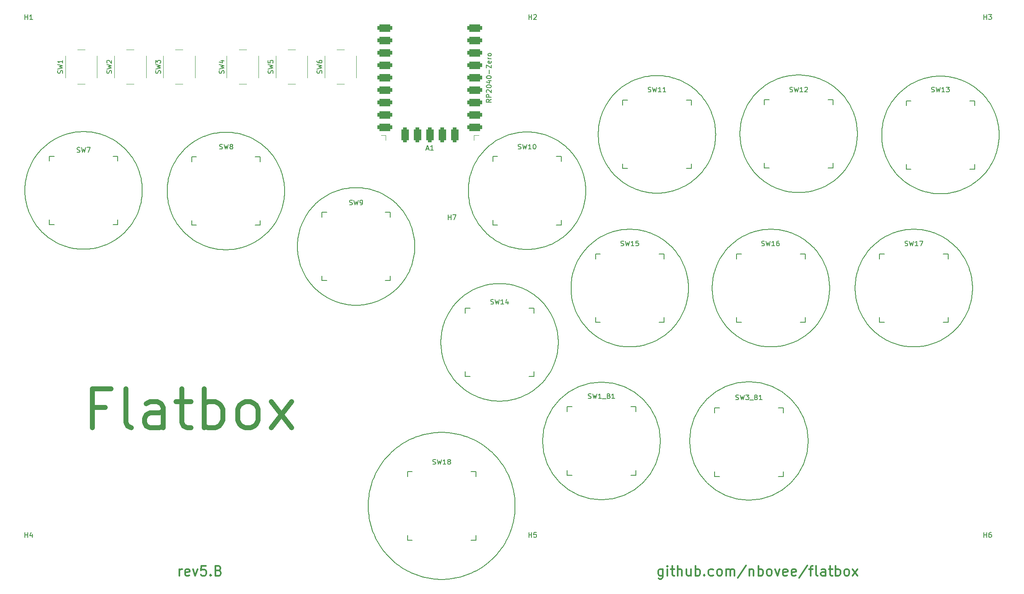
<source format=gto>
%TF.GenerationSoftware,KiCad,Pcbnew,7.0.5*%
%TF.CreationDate,2023-08-12T18:11:27-04:00*%
%TF.ProjectId,Flatbox-rev5B,466c6174-626f-4782-9d72-657635422e6b,rev?*%
%TF.SameCoordinates,Original*%
%TF.FileFunction,Legend,Top*%
%TF.FilePolarity,Positive*%
%FSLAX46Y46*%
G04 Gerber Fmt 4.6, Leading zero omitted, Abs format (unit mm)*
G04 Created by KiCad (PCBNEW 7.0.5) date 2023-08-12 18:11:27*
%MOMM*%
%LPD*%
G01*
G04 APERTURE LIST*
G04 Aperture macros list*
%AMRoundRect*
0 Rectangle with rounded corners*
0 $1 Rounding radius*
0 $2 $3 $4 $5 $6 $7 $8 $9 X,Y pos of 4 corners*
0 Add a 4 corners polygon primitive as box body*
4,1,4,$2,$3,$4,$5,$6,$7,$8,$9,$2,$3,0*
0 Add four circle primitives for the rounded corners*
1,1,$1+$1,$2,$3*
1,1,$1+$1,$4,$5*
1,1,$1+$1,$6,$7*
1,1,$1+$1,$8,$9*
0 Add four rect primitives between the rounded corners*
20,1,$1+$1,$2,$3,$4,$5,0*
20,1,$1+$1,$4,$5,$6,$7,0*
20,1,$1+$1,$6,$7,$8,$9,0*
20,1,$1+$1,$8,$9,$2,$3,0*%
G04 Aperture macros list end*
%ADD10C,0.200000*%
%ADD11C,0.150000*%
%ADD12C,0.300000*%
%ADD13C,1.000000*%
%ADD14C,0.120000*%
%ADD15C,1.701800*%
%ADD16C,3.000000*%
%ADD17C,3.429000*%
%ADD18C,2.032000*%
%ADD19C,6.400000*%
%ADD20C,2.000000*%
%ADD21RoundRect,0.381000X1.119000X0.381000X-1.119000X0.381000X-1.119000X-0.381000X1.119000X-0.381000X0*%
%ADD22RoundRect,0.381000X-0.381000X1.119000X-0.381000X-1.119000X0.381000X-1.119000X0.381000X1.119000X0*%
%ADD23RoundRect,0.381000X0.381000X-1.119000X0.381000X1.119000X-0.381000X1.119000X-0.381000X-1.119000X0*%
G04 APERTURE END LIST*
D10*
X216382567Y-53463258D02*
X216382567Y-53463258D01*
X176132278Y-116332000D02*
G75*
G03*
X176132278Y-116332000I-12048278J0D01*
G01*
X245355098Y-53699766D02*
X245355098Y-53699766D01*
X75320345Y-65170530D02*
X75327016Y-64768696D01*
X75346925Y-64369048D01*
X75379915Y-63971861D01*
X75425827Y-63577408D01*
X75484504Y-63185963D01*
X75555789Y-62797800D01*
X75639522Y-62413193D01*
X75735548Y-62032415D01*
X75843708Y-61655740D01*
X75963844Y-61283443D01*
X76095799Y-60915796D01*
X76239414Y-60553075D01*
X76394534Y-60195553D01*
X76560999Y-59843503D01*
X76738651Y-59497200D01*
X76927335Y-59156918D01*
X77126890Y-58822929D01*
X77337161Y-58495509D01*
X77557989Y-58174931D01*
X77789217Y-57861469D01*
X78030686Y-57555396D01*
X78282240Y-57256987D01*
X78543720Y-56966516D01*
X78814968Y-56684256D01*
X79095828Y-56410481D01*
X79386142Y-56145465D01*
X79685751Y-55889483D01*
X79994498Y-55642807D01*
X80312226Y-55405711D01*
X80638776Y-55178470D01*
X80973991Y-54961358D01*
X81317714Y-54754648D01*
X93312452Y-54754648D02*
X93656174Y-54961358D01*
X93991389Y-55178470D01*
X94317939Y-55405711D01*
X94635667Y-55642807D01*
X94944414Y-55889483D01*
X95244023Y-56145465D01*
X95534336Y-56410481D01*
X95815196Y-56684256D01*
X96086445Y-56966516D01*
X96347925Y-57256987D01*
X96599479Y-57555396D01*
X96840948Y-57861469D01*
X97072175Y-58174931D01*
X97293003Y-58495509D01*
X97503274Y-58822929D01*
X97702830Y-59156918D01*
X97891513Y-59497200D01*
X98069166Y-59843503D01*
X98235631Y-60195553D01*
X98390750Y-60553075D01*
X98534366Y-60915796D01*
X98666321Y-61283443D01*
X98786457Y-61655740D01*
X98894617Y-62032415D01*
X98990642Y-62413193D01*
X99074376Y-62797800D01*
X99145660Y-63185963D01*
X99204338Y-63577408D01*
X99250250Y-63971861D01*
X99283240Y-64369048D01*
X99303149Y-64768696D01*
X99309821Y-65170530D01*
X181412661Y-63997400D02*
X181062266Y-64192523D01*
X180707142Y-64375058D01*
X180347602Y-64545004D01*
X179983962Y-64702362D01*
X179616538Y-64847131D01*
X179245645Y-64979311D01*
X178871597Y-65098903D01*
X178494712Y-65205907D01*
X178115303Y-65300321D01*
X177733687Y-65382147D01*
X177350179Y-65451385D01*
X176965094Y-65508033D01*
X176578747Y-65552093D01*
X176191454Y-65583565D01*
X175803530Y-65602448D01*
X175415292Y-65608742D01*
X175027053Y-65602448D01*
X174639129Y-65583565D01*
X174251836Y-65552093D01*
X173865489Y-65508033D01*
X173480404Y-65451385D01*
X173096896Y-65382147D01*
X172715280Y-65300321D01*
X172335871Y-65205907D01*
X171958986Y-65098903D01*
X171584938Y-64979311D01*
X171214045Y-64847131D01*
X170846621Y-64702362D01*
X170482981Y-64545004D01*
X170123441Y-64375058D01*
X169768317Y-64192523D01*
X169417923Y-63997400D01*
X233918028Y-74621539D02*
X234261750Y-74828249D01*
X234596965Y-75045361D01*
X234923515Y-75272602D01*
X235241243Y-75509697D01*
X235549990Y-75756373D01*
X235849599Y-76012356D01*
X236139913Y-76277372D01*
X236420773Y-76551147D01*
X236692021Y-76833407D01*
X236953501Y-77123878D01*
X237205055Y-77422287D01*
X237446524Y-77728359D01*
X237677752Y-78041822D01*
X237898580Y-78362400D01*
X238108851Y-78689820D01*
X238308406Y-79023808D01*
X238497090Y-79364091D01*
X238674742Y-79710394D01*
X238841207Y-80062443D01*
X238996327Y-80419966D01*
X239139942Y-80782687D01*
X239271897Y-81150333D01*
X239392033Y-81522630D01*
X239500193Y-81899305D01*
X239596219Y-82280083D01*
X239679952Y-82664691D01*
X239751237Y-83052854D01*
X239809914Y-83444299D01*
X239855826Y-83838752D01*
X239888816Y-84235939D01*
X239908725Y-84635587D01*
X239915397Y-85037421D01*
X187410030Y-53581518D02*
X187410030Y-53581518D01*
X233918028Y-95453303D02*
X233567633Y-95648426D01*
X233212509Y-95830961D01*
X232852969Y-96000907D01*
X232489329Y-96158265D01*
X232121905Y-96303034D01*
X231751012Y-96435214D01*
X231376964Y-96554806D01*
X231000079Y-96661809D01*
X230620670Y-96756224D01*
X230239054Y-96838050D01*
X229855546Y-96907287D01*
X229470461Y-96963936D01*
X229084114Y-97007996D01*
X228696821Y-97039467D01*
X228308897Y-97058350D01*
X227920659Y-97064645D01*
X227532420Y-97058350D01*
X227144496Y-97039467D01*
X226757203Y-97007996D01*
X226370856Y-96963936D01*
X225985771Y-96907287D01*
X225602263Y-96838050D01*
X225220647Y-96756224D01*
X224841238Y-96661809D01*
X224464353Y-96554806D01*
X224090305Y-96435214D01*
X223719412Y-96303034D01*
X223351988Y-96158265D01*
X222988348Y-96000907D01*
X222628808Y-95830961D01*
X222273684Y-95648426D01*
X221923290Y-95453303D01*
X123913745Y-142649412D02*
X123483765Y-142390827D01*
X123064427Y-142119230D01*
X122655929Y-141834964D01*
X122258468Y-141538369D01*
X121872241Y-141229790D01*
X121497445Y-140909568D01*
X121134277Y-140578047D01*
X120782936Y-140235568D01*
X120443617Y-139882475D01*
X120116518Y-139519110D01*
X119801838Y-139145815D01*
X119499772Y-138762934D01*
X119210517Y-138370808D01*
X118934273Y-137969781D01*
X118671235Y-137560195D01*
X118421600Y-137142393D01*
X118185567Y-136716716D01*
X117963332Y-136283508D01*
X117755093Y-135843112D01*
X117561047Y-135395869D01*
X117381391Y-134942123D01*
X117216322Y-134482216D01*
X117066037Y-134016491D01*
X116930735Y-133545290D01*
X116810612Y-133068955D01*
X116705865Y-132587831D01*
X116616692Y-132102258D01*
X116543290Y-131612580D01*
X116485856Y-131119139D01*
X116444588Y-130622277D01*
X116419682Y-130122338D01*
X116411337Y-129619665D01*
X204708930Y-95453303D02*
X204358535Y-95648426D01*
X204003411Y-95830961D01*
X203643871Y-96000907D01*
X203280231Y-96158265D01*
X202912807Y-96303034D01*
X202541914Y-96435214D01*
X202167866Y-96554806D01*
X201790981Y-96661809D01*
X201411572Y-96756224D01*
X201029956Y-96838050D01*
X200646448Y-96907287D01*
X200261363Y-96963936D01*
X199875016Y-97007996D01*
X199487723Y-97039467D01*
X199099799Y-97058350D01*
X198711561Y-97064645D01*
X198323322Y-97058350D01*
X197935398Y-97039467D01*
X197548105Y-97007996D01*
X197161758Y-96963936D01*
X196776673Y-96907287D01*
X196393165Y-96838050D01*
X196011549Y-96756224D01*
X195632140Y-96661809D01*
X195255255Y-96554806D01*
X194881207Y-96435214D01*
X194510314Y-96303034D01*
X194142890Y-96158265D01*
X193779250Y-96000907D01*
X193419710Y-95830961D01*
X193064586Y-95648426D01*
X192714192Y-95453303D01*
X192714192Y-74621539D02*
X193064586Y-74426415D01*
X193419710Y-74243880D01*
X193779250Y-74073934D01*
X194142890Y-73916576D01*
X194510314Y-73771807D01*
X194881207Y-73639627D01*
X195255255Y-73520035D01*
X195632140Y-73413031D01*
X196011549Y-73318617D01*
X196393165Y-73236791D01*
X196776673Y-73167553D01*
X197161758Y-73110905D01*
X197548105Y-73066845D01*
X197935398Y-73035373D01*
X198323322Y-73016490D01*
X198711561Y-73010196D01*
X199099799Y-73016490D01*
X199487723Y-73035373D01*
X199875016Y-73066845D01*
X200261363Y-73110905D01*
X200646448Y-73167553D01*
X201029956Y-73236791D01*
X201411572Y-73318617D01*
X201790981Y-73413031D01*
X202167866Y-73520035D01*
X202541914Y-73639627D01*
X202912807Y-73771807D01*
X203280231Y-73916576D01*
X203643871Y-74073934D01*
X204003411Y-74243880D01*
X204358535Y-74426415D01*
X204708930Y-74621539D01*
X239915397Y-85037421D02*
X239908725Y-85439254D01*
X239888816Y-85838902D01*
X239855826Y-86236089D01*
X239809914Y-86630542D01*
X239751237Y-87021987D01*
X239679952Y-87410150D01*
X239596219Y-87794757D01*
X239500193Y-88175535D01*
X239392033Y-88552210D01*
X239271897Y-88924507D01*
X239139942Y-89292154D01*
X238996327Y-89654875D01*
X238841207Y-90012397D01*
X238674742Y-90364447D01*
X238497090Y-90710750D01*
X238308406Y-91051033D01*
X238108851Y-91385021D01*
X237898580Y-91712441D01*
X237677752Y-92033019D01*
X237446524Y-92346481D01*
X237205055Y-92652554D01*
X236953501Y-92950963D01*
X236692021Y-93241434D01*
X236420773Y-93523694D01*
X236139913Y-93797469D01*
X235849599Y-94062485D01*
X235549990Y-94318467D01*
X235241243Y-94565143D01*
X234923515Y-94802239D01*
X234596965Y-95029480D01*
X234261750Y-95246592D01*
X233918028Y-95453303D01*
X142865684Y-75530868D02*
X142521961Y-75324157D01*
X142186746Y-75107045D01*
X141860196Y-74879804D01*
X141542468Y-74642709D01*
X141233721Y-74396033D01*
X140934112Y-74140050D01*
X140643798Y-73875034D01*
X140362938Y-73601259D01*
X140091690Y-73318999D01*
X139830210Y-73028528D01*
X139578656Y-72730119D01*
X139337187Y-72424047D01*
X139105959Y-72110584D01*
X138885131Y-71790006D01*
X138674860Y-71462586D01*
X138475305Y-71128598D01*
X138286621Y-70788315D01*
X138108969Y-70442012D01*
X137942504Y-70089963D01*
X137787384Y-69732440D01*
X137643769Y-69369719D01*
X137511814Y-69002073D01*
X137391678Y-68629776D01*
X137283518Y-68253101D01*
X137187492Y-67872323D01*
X137103759Y-67487715D01*
X137032474Y-67099552D01*
X136973797Y-66708107D01*
X136927885Y-66313654D01*
X136894895Y-65916467D01*
X136874986Y-65516819D01*
X136868315Y-65114986D01*
X210706299Y-85037421D02*
X210699627Y-85439254D01*
X210679718Y-85838902D01*
X210646728Y-86236089D01*
X210600816Y-86630542D01*
X210542139Y-87021987D01*
X210470854Y-87410150D01*
X210387121Y-87794757D01*
X210291095Y-88175535D01*
X210182935Y-88552210D01*
X210062799Y-88924507D01*
X209930844Y-89292154D01*
X209787229Y-89654875D01*
X209632109Y-90012397D01*
X209465644Y-90364447D01*
X209287992Y-90710750D01*
X209099308Y-91051033D01*
X208899753Y-91385021D01*
X208689482Y-91712441D01*
X208468654Y-92033019D01*
X208237426Y-92346481D01*
X207995957Y-92652554D01*
X207744403Y-92950963D01*
X207482923Y-93241434D01*
X207211675Y-93523694D01*
X206930815Y-93797469D01*
X206640501Y-94062485D01*
X206340892Y-94318467D01*
X206032145Y-94565143D01*
X205714417Y-94802239D01*
X205387867Y-95029480D01*
X205052652Y-95246592D01*
X204708930Y-95453303D01*
X210385198Y-43047376D02*
X210728920Y-43254086D01*
X211064135Y-43471198D01*
X211390685Y-43698439D01*
X211708413Y-43935534D01*
X212017160Y-44182210D01*
X212316769Y-44438193D01*
X212607083Y-44703209D01*
X212887943Y-44976983D01*
X213159191Y-45259243D01*
X213420671Y-45549715D01*
X213672225Y-45848124D01*
X213913694Y-46154196D01*
X214144922Y-46467658D01*
X214365750Y-46788236D01*
X214576021Y-47115656D01*
X214775576Y-47449645D01*
X214964260Y-47789927D01*
X215141912Y-48136230D01*
X215308377Y-48488280D01*
X215463497Y-48845802D01*
X215607112Y-49208524D01*
X215739067Y-49576170D01*
X215859203Y-49948467D01*
X215967363Y-50325142D01*
X216063389Y-50705920D01*
X216147122Y-51090528D01*
X216218407Y-51478691D01*
X216277084Y-51870136D01*
X216322996Y-52264589D01*
X216355986Y-52661776D01*
X216375895Y-53061424D01*
X216382567Y-53463258D01*
X181852021Y-85037421D02*
X181852021Y-85037421D01*
X221923290Y-95453303D02*
X221579567Y-95246592D01*
X221244352Y-95029480D01*
X220917802Y-94802239D01*
X220600074Y-94565143D01*
X220291327Y-94318467D01*
X219991718Y-94062485D01*
X219701404Y-93797469D01*
X219420544Y-93523694D01*
X219149296Y-93241434D01*
X218887816Y-92950963D01*
X218636262Y-92652554D01*
X218394793Y-92346481D01*
X218163565Y-92033019D01*
X217942737Y-91712441D01*
X217732466Y-91385021D01*
X217532911Y-91051033D01*
X217344227Y-90710750D01*
X217166575Y-90364447D01*
X217000110Y-90012397D01*
X216844990Y-89654875D01*
X216701375Y-89292154D01*
X216569420Y-88924507D01*
X216449284Y-88552210D01*
X216341124Y-88175535D01*
X216245098Y-87794757D01*
X216161365Y-87410150D01*
X216090080Y-87021987D01*
X216031403Y-86630542D01*
X215985491Y-86236089D01*
X215952501Y-85838902D01*
X215932592Y-85439254D01*
X215925921Y-85037421D01*
X93312452Y-75586412D02*
X92962057Y-75781535D01*
X92606933Y-75964070D01*
X92247393Y-76134016D01*
X91883753Y-76291374D01*
X91516329Y-76436143D01*
X91145436Y-76568323D01*
X90771388Y-76687915D01*
X90394503Y-76794919D01*
X90015094Y-76889333D01*
X89633478Y-76971159D01*
X89249970Y-77040397D01*
X88864885Y-77097045D01*
X88478538Y-77141105D01*
X88091245Y-77172577D01*
X87703321Y-77191460D01*
X87315083Y-77197754D01*
X86926844Y-77191460D01*
X86538920Y-77172577D01*
X86151627Y-77141105D01*
X85765280Y-77097045D01*
X85380195Y-77040397D01*
X84996687Y-76971159D01*
X84615071Y-76889333D01*
X84235662Y-76794919D01*
X83858777Y-76687915D01*
X83484729Y-76568323D01*
X83113836Y-76436143D01*
X82746412Y-76291374D01*
X82382772Y-76134016D01*
X82023232Y-75964070D01*
X81668108Y-75781535D01*
X81317714Y-75586412D01*
X175854652Y-95453303D02*
X175504257Y-95648426D01*
X175149133Y-95830961D01*
X174789593Y-96000907D01*
X174425953Y-96158265D01*
X174058529Y-96303034D01*
X173687636Y-96435214D01*
X173313588Y-96554806D01*
X172936703Y-96661809D01*
X172557294Y-96756224D01*
X172175678Y-96838050D01*
X171792170Y-96907287D01*
X171407085Y-96963936D01*
X171020738Y-97007996D01*
X170633445Y-97039467D01*
X170245521Y-97058350D01*
X169857283Y-97064645D01*
X169469044Y-97058350D01*
X169081120Y-97039467D01*
X168693827Y-97007996D01*
X168307480Y-96963936D01*
X167922395Y-96907287D01*
X167538887Y-96838050D01*
X167157271Y-96756224D01*
X166777862Y-96661809D01*
X166400977Y-96554806D01*
X166026929Y-96435214D01*
X165656036Y-96303034D01*
X165288612Y-96158265D01*
X164924972Y-96000907D01*
X164565432Y-95830961D01*
X164210308Y-95648426D01*
X163859914Y-95453303D01*
X239915397Y-85037421D02*
X239915397Y-85037421D01*
X186716823Y-85037421D02*
X186723494Y-84635587D01*
X186743403Y-84235939D01*
X186776393Y-83838752D01*
X186822305Y-83444299D01*
X186880983Y-83052854D01*
X186952267Y-82664691D01*
X187036001Y-82280083D01*
X187132026Y-81899305D01*
X187240186Y-81522630D01*
X187360322Y-81150333D01*
X187492277Y-80782687D01*
X187635893Y-80419966D01*
X187791012Y-80062443D01*
X187957477Y-79710394D01*
X188135130Y-79364091D01*
X188323813Y-79023808D01*
X188523369Y-78689820D01*
X188733640Y-78362400D01*
X188954468Y-78041822D01*
X189185695Y-77728359D01*
X189427164Y-77422287D01*
X189678718Y-77123878D01*
X189940198Y-76833407D01*
X190211447Y-76551147D01*
X190492307Y-76277372D01*
X190782620Y-76012356D01*
X191082229Y-75756373D01*
X191390976Y-75509697D01*
X191708704Y-75272602D01*
X192035254Y-75045361D01*
X192370469Y-74828249D01*
X192714192Y-74621539D01*
X138918561Y-142649412D02*
X138480235Y-142893501D01*
X138035992Y-143121843D01*
X137586226Y-143334438D01*
X137131331Y-143531284D01*
X136671701Y-143712383D01*
X136207732Y-143877734D01*
X135739818Y-144027338D01*
X135268353Y-144161193D01*
X134793732Y-144279301D01*
X134316350Y-144381661D01*
X133836600Y-144468274D01*
X133354877Y-144539139D01*
X132871577Y-144594256D01*
X132387093Y-144633625D01*
X131901820Y-144657247D01*
X131416153Y-144665121D01*
X130930485Y-144657247D01*
X130445212Y-144633625D01*
X129960728Y-144594256D01*
X129477428Y-144539139D01*
X128995705Y-144468274D01*
X128515955Y-144381661D01*
X128038573Y-144279301D01*
X127563952Y-144161193D01*
X127092487Y-144027338D01*
X126624573Y-143877734D01*
X126160604Y-143712383D01*
X125700974Y-143531284D01*
X125246079Y-143334438D01*
X124796313Y-143121843D01*
X124352070Y-142893501D01*
X123913745Y-142649412D01*
X169417923Y-43165636D02*
X169768317Y-42970512D01*
X170123441Y-42787977D01*
X170482981Y-42618031D01*
X170846621Y-42460673D01*
X171214045Y-42315904D01*
X171584938Y-42183724D01*
X171958986Y-42064132D01*
X172335871Y-41957129D01*
X172715280Y-41862714D01*
X173096896Y-41780888D01*
X173480404Y-41711651D01*
X173865489Y-41655002D01*
X174251836Y-41610942D01*
X174639129Y-41579471D01*
X175027053Y-41560588D01*
X175415292Y-41554294D01*
X175803530Y-41560588D01*
X176191454Y-41579471D01*
X176578747Y-41610942D01*
X176965094Y-41655002D01*
X177350179Y-41711651D01*
X177733687Y-41780888D01*
X178115303Y-41862714D01*
X178494712Y-41957129D01*
X178871597Y-42064132D01*
X179245645Y-42183724D01*
X179616538Y-42315904D01*
X179983962Y-42460673D01*
X180347602Y-42618031D01*
X180707142Y-42787977D01*
X181062266Y-42970512D01*
X181412661Y-43165636D01*
X64221646Y-54636398D02*
X64565368Y-54843108D01*
X64900583Y-55060220D01*
X65227133Y-55287461D01*
X65544861Y-55524557D01*
X65853608Y-55771233D01*
X66153217Y-56027215D01*
X66443531Y-56292231D01*
X66724391Y-56566006D01*
X66995639Y-56848266D01*
X67257119Y-57138737D01*
X67508673Y-57437146D01*
X67750142Y-57743219D01*
X67981370Y-58056681D01*
X68202198Y-58377259D01*
X68412469Y-58704679D01*
X68612024Y-59038668D01*
X68800708Y-59378950D01*
X68978360Y-59725253D01*
X69144825Y-60077303D01*
X69299945Y-60434825D01*
X69443560Y-60797546D01*
X69575515Y-61165193D01*
X69695651Y-61537490D01*
X69803811Y-61914165D01*
X69899837Y-62294943D01*
X69983570Y-62679550D01*
X70054855Y-63067713D01*
X70113532Y-63459158D01*
X70159444Y-63853611D01*
X70192434Y-64250798D01*
X70212343Y-64650446D01*
X70219015Y-65052280D01*
X245355098Y-53699766D02*
X245339490Y-54318685D01*
X245293170Y-54929479D01*
X245216891Y-55531393D01*
X245111407Y-56123671D01*
X244977471Y-56705556D01*
X244815837Y-57276294D01*
X244627259Y-57835128D01*
X244412491Y-58381304D01*
X244172286Y-58914064D01*
X243907397Y-59432654D01*
X243618578Y-59936318D01*
X243306584Y-60424301D01*
X242972167Y-60895845D01*
X242616082Y-61350197D01*
X242239081Y-61786599D01*
X241841919Y-62204297D01*
X241425350Y-62602535D01*
X240990126Y-62980556D01*
X240537002Y-63337606D01*
X240066731Y-63672928D01*
X239580067Y-63985768D01*
X239077763Y-64275368D01*
X238560574Y-64540975D01*
X238029252Y-64781831D01*
X237484552Y-64997181D01*
X236927227Y-65186269D01*
X236358031Y-65348341D01*
X235777717Y-65482639D01*
X235187040Y-65588409D01*
X234586752Y-65664894D01*
X233977607Y-65711340D01*
X233360360Y-65726990D01*
X160857791Y-65114986D02*
X160851119Y-65516819D01*
X160831210Y-65916467D01*
X160798220Y-66313654D01*
X160752308Y-66708107D01*
X160693631Y-67099552D01*
X160622346Y-67487715D01*
X160538613Y-67872323D01*
X160442587Y-68253101D01*
X160334427Y-68629776D01*
X160214291Y-69002073D01*
X160082336Y-69369719D01*
X159938721Y-69732440D01*
X159783601Y-70089963D01*
X159617136Y-70442012D01*
X159439484Y-70788315D01*
X159250800Y-71128598D01*
X159051245Y-71462586D01*
X158840974Y-71790006D01*
X158620146Y-72110584D01*
X158388918Y-72424047D01*
X158147449Y-72730119D01*
X157895895Y-73028528D01*
X157634415Y-73318999D01*
X157363167Y-73601259D01*
X157082307Y-73875034D01*
X156791993Y-74140050D01*
X156492384Y-74396033D01*
X156183637Y-74642709D01*
X155865909Y-74879804D01*
X155539359Y-75107045D01*
X155204144Y-75324157D01*
X154860422Y-75530868D01*
X52226909Y-54636398D02*
X52577302Y-54441274D01*
X52932427Y-54258739D01*
X53291967Y-54088793D01*
X53655607Y-53931435D01*
X54023031Y-53786666D01*
X54393924Y-53654486D01*
X54767971Y-53534894D01*
X55144857Y-53427890D01*
X55524265Y-53333476D01*
X55905881Y-53251650D01*
X56289390Y-53182412D01*
X56674475Y-53125764D01*
X57060822Y-53081704D01*
X57448114Y-53050232D01*
X57836038Y-53031349D01*
X58224277Y-53025055D01*
X58612516Y-53031349D01*
X59000440Y-53050232D01*
X59387732Y-53081704D01*
X59774079Y-53125764D01*
X60159164Y-53182412D01*
X60542673Y-53251650D01*
X60924289Y-53333476D01*
X61303697Y-53427890D01*
X61680583Y-53534894D01*
X62054630Y-53654486D01*
X62425523Y-53786666D01*
X62792947Y-53931435D01*
X63156587Y-54088793D01*
X63516127Y-54258739D01*
X63871252Y-54441274D01*
X64221646Y-54636398D01*
X131255108Y-96153426D02*
X131261779Y-95751592D01*
X131281688Y-95351944D01*
X131314678Y-94954757D01*
X131360590Y-94560304D01*
X131419268Y-94168859D01*
X131490552Y-93780696D01*
X131574286Y-93396089D01*
X131670311Y-93015311D01*
X131778471Y-92638636D01*
X131898607Y-92266339D01*
X132030562Y-91898692D01*
X132174178Y-91535971D01*
X132329297Y-91178449D01*
X132495762Y-90826399D01*
X132673415Y-90480096D01*
X132862098Y-90139814D01*
X133061654Y-89805825D01*
X133271925Y-89478405D01*
X133492753Y-89157827D01*
X133723980Y-88844365D01*
X133965449Y-88538293D01*
X134217003Y-88239884D01*
X134478483Y-87949413D01*
X134749732Y-87667153D01*
X135030592Y-87393378D01*
X135320905Y-87128362D01*
X135620514Y-86872380D01*
X135929261Y-86625704D01*
X136246989Y-86388609D01*
X136573539Y-86161368D01*
X136908754Y-85944256D01*
X137252477Y-85737546D01*
X192393091Y-53463258D02*
X192399762Y-53061424D01*
X192419671Y-52661776D01*
X192452661Y-52264589D01*
X192498573Y-51870136D01*
X192557250Y-51478691D01*
X192628535Y-51090528D01*
X192712268Y-50705920D01*
X192808294Y-50325142D01*
X192916454Y-49948467D01*
X193036590Y-49576170D01*
X193168545Y-49208524D01*
X193312160Y-48845802D01*
X193467280Y-48488280D01*
X193633745Y-48136230D01*
X193811397Y-47789927D01*
X194000081Y-47449645D01*
X194199636Y-47115656D01*
X194409907Y-46788236D01*
X194630735Y-46467658D01*
X194861963Y-46154196D01*
X195103432Y-45848124D01*
X195354986Y-45549715D01*
X195616466Y-45259243D01*
X195887714Y-44976983D01*
X196168574Y-44703209D01*
X196458888Y-44438193D01*
X196758497Y-44182210D01*
X197067244Y-43935534D01*
X197384972Y-43698439D01*
X197711522Y-43471198D01*
X198046737Y-43254086D01*
X198390460Y-43047376D01*
X119919904Y-86938924D02*
X119569509Y-87134047D01*
X119214385Y-87316582D01*
X118854845Y-87486528D01*
X118491205Y-87643886D01*
X118123781Y-87788655D01*
X117752888Y-87920835D01*
X117378840Y-88040427D01*
X117001955Y-88147430D01*
X116622546Y-88241845D01*
X116240930Y-88323671D01*
X115857422Y-88392908D01*
X115472337Y-88449557D01*
X115085990Y-88493617D01*
X114698697Y-88525088D01*
X114310773Y-88543971D01*
X113922535Y-88550266D01*
X113534296Y-88543971D01*
X113146372Y-88525088D01*
X112759079Y-88493617D01*
X112372732Y-88449557D01*
X111987647Y-88392908D01*
X111604139Y-88323671D01*
X111222523Y-88241845D01*
X110843114Y-88147430D01*
X110466229Y-88040427D01*
X110092181Y-87920835D01*
X109721288Y-87788655D01*
X109353864Y-87643886D01*
X108990224Y-87486528D01*
X108630684Y-87316582D01*
X108275560Y-87134047D01*
X107925166Y-86938924D01*
X101927798Y-76523042D02*
X101934469Y-76121208D01*
X101954378Y-75721560D01*
X101987368Y-75324373D01*
X102033280Y-74929920D01*
X102091957Y-74538475D01*
X102163242Y-74150312D01*
X102246975Y-73765704D01*
X102343001Y-73384926D01*
X102451161Y-73008251D01*
X102571297Y-72635954D01*
X102703252Y-72268308D01*
X102846867Y-71905587D01*
X103001987Y-71548064D01*
X103168451Y-71196015D01*
X103346104Y-70849712D01*
X103534788Y-70509429D01*
X103734343Y-70175441D01*
X103944614Y-69848021D01*
X104165442Y-69527443D01*
X104396669Y-69213980D01*
X104638139Y-68907908D01*
X104889692Y-68609499D01*
X105151172Y-68319028D01*
X105422421Y-68036768D01*
X105703281Y-67762993D01*
X105993594Y-67497977D01*
X106293203Y-67241994D01*
X106601950Y-66995318D01*
X106919678Y-66758223D01*
X107246228Y-66530982D01*
X107581443Y-66313870D01*
X107925166Y-66107160D01*
X137252477Y-85737546D02*
X137602871Y-85542422D01*
X137957995Y-85359887D01*
X138317535Y-85189940D01*
X138681175Y-85032583D01*
X139048599Y-84887814D01*
X139419492Y-84755633D01*
X139793540Y-84636041D01*
X140170425Y-84529038D01*
X140549834Y-84434623D01*
X140931450Y-84352797D01*
X141314958Y-84283560D01*
X141700043Y-84226911D01*
X142086390Y-84182851D01*
X142473683Y-84151379D01*
X142861607Y-84132496D01*
X143249846Y-84126202D01*
X143638084Y-84132496D01*
X144026008Y-84151379D01*
X144413301Y-84182851D01*
X144799648Y-84226911D01*
X145184733Y-84283560D01*
X145568241Y-84352797D01*
X145949857Y-84434623D01*
X146329266Y-84529038D01*
X146706151Y-84636041D01*
X147080199Y-84755633D01*
X147451092Y-84887814D01*
X147818516Y-85032583D01*
X148182156Y-85189940D01*
X148541696Y-85359887D01*
X148896820Y-85542422D01*
X149247215Y-85737546D01*
X154860422Y-54699104D02*
X155204144Y-54905814D01*
X155539359Y-55122926D01*
X155865909Y-55350167D01*
X156183637Y-55587263D01*
X156492384Y-55833939D01*
X156791993Y-56089921D01*
X157082307Y-56354937D01*
X157363167Y-56628712D01*
X157634415Y-56910972D01*
X157895895Y-57201443D01*
X158147449Y-57499852D01*
X158388918Y-57805925D01*
X158620146Y-58119387D01*
X158840974Y-58439965D01*
X159051245Y-58767385D01*
X159250800Y-59101374D01*
X159439484Y-59441656D01*
X159617136Y-59787959D01*
X159783601Y-60140009D01*
X159938721Y-60497531D01*
X160082336Y-60860252D01*
X160214291Y-61227899D01*
X160334427Y-61600196D01*
X160442587Y-61976871D01*
X160538613Y-62357649D01*
X160622346Y-62742256D01*
X160693631Y-63130419D01*
X160752308Y-63521864D01*
X160798220Y-63916317D01*
X160831210Y-64313504D01*
X160851119Y-64713152D01*
X160857791Y-65114986D01*
X221923290Y-74621539D02*
X222273684Y-74426415D01*
X222628808Y-74243880D01*
X222988348Y-74073934D01*
X223351988Y-73916576D01*
X223719412Y-73771807D01*
X224090305Y-73639627D01*
X224464353Y-73520035D01*
X224841238Y-73413031D01*
X225220647Y-73318617D01*
X225602263Y-73236791D01*
X225985771Y-73167553D01*
X226370856Y-73110905D01*
X226757203Y-73066845D01*
X227144496Y-73035373D01*
X227532420Y-73016490D01*
X227920659Y-73010196D01*
X228308897Y-73016490D01*
X228696821Y-73035373D01*
X229084114Y-73066845D01*
X229470461Y-73110905D01*
X229855546Y-73167553D01*
X230239054Y-73236791D01*
X230620670Y-73318617D01*
X231000079Y-73413031D01*
X231376964Y-73520035D01*
X231751012Y-73639627D01*
X232121905Y-73771807D01*
X232489329Y-73916576D01*
X232852969Y-74073934D01*
X233212509Y-74243880D01*
X233567633Y-74426415D01*
X233918028Y-74621539D01*
X155244584Y-96153426D02*
X155244584Y-96153426D01*
X181852021Y-85037421D02*
X181845349Y-85439254D01*
X181825440Y-85838902D01*
X181792450Y-86236089D01*
X181746538Y-86630542D01*
X181687861Y-87021987D01*
X181616576Y-87410150D01*
X181532843Y-87794757D01*
X181436817Y-88175535D01*
X181328657Y-88552210D01*
X181208521Y-88924507D01*
X181076566Y-89292154D01*
X180932951Y-89654875D01*
X180777831Y-90012397D01*
X180611366Y-90364447D01*
X180433714Y-90710750D01*
X180245030Y-91051033D01*
X180045475Y-91385021D01*
X179835204Y-91712441D01*
X179614376Y-92033019D01*
X179383148Y-92346481D01*
X179141679Y-92652554D01*
X178890125Y-92950963D01*
X178628645Y-93241434D01*
X178357397Y-93523694D01*
X178076537Y-93797469D01*
X177786223Y-94062485D01*
X177486614Y-94318467D01*
X177177867Y-94565143D01*
X176860139Y-94802239D01*
X176533589Y-95029480D01*
X176198374Y-95246592D01*
X175854652Y-95453303D01*
X138918561Y-116589918D02*
X139348540Y-116848502D01*
X139767877Y-117120098D01*
X140176375Y-117404365D01*
X140573837Y-117700960D01*
X140960064Y-118009539D01*
X141334860Y-118329761D01*
X141698027Y-118661282D01*
X142049369Y-119003760D01*
X142388688Y-119356854D01*
X142715786Y-119720219D01*
X143030467Y-120093513D01*
X143332533Y-120476395D01*
X143621787Y-120868520D01*
X143898032Y-121269547D01*
X144161070Y-121679133D01*
X144410704Y-122096936D01*
X144646737Y-122522613D01*
X144868972Y-122955820D01*
X145077212Y-123396217D01*
X145271258Y-123843460D01*
X145450914Y-124297206D01*
X145615983Y-124757113D01*
X145766267Y-125222838D01*
X145901570Y-125694039D01*
X146021693Y-126170373D01*
X146126440Y-126651498D01*
X146215613Y-127137071D01*
X146289015Y-127626749D01*
X146346449Y-128120190D01*
X146387717Y-128617052D01*
X146412623Y-129116991D01*
X146420969Y-129619665D01*
X206349104Y-116332000D02*
G75*
G03*
X206349104Y-116332000I-12130993J0D01*
G01*
X64221646Y-75468162D02*
X63871252Y-75663285D01*
X63516127Y-75845820D01*
X63156587Y-76015766D01*
X62792947Y-76173124D01*
X62425523Y-76317893D01*
X62054630Y-76450073D01*
X61680583Y-76569665D01*
X61303697Y-76676669D01*
X60924289Y-76771083D01*
X60542673Y-76852909D01*
X60159164Y-76922147D01*
X59774079Y-76978795D01*
X59387732Y-77022855D01*
X59000440Y-77054327D01*
X58612516Y-77073210D01*
X58224277Y-77079504D01*
X57836038Y-77073210D01*
X57448114Y-77054327D01*
X57060822Y-77022855D01*
X56674475Y-76978795D01*
X56289390Y-76922147D01*
X55905881Y-76852909D01*
X55524265Y-76771083D01*
X55144857Y-76676669D01*
X54767971Y-76569665D01*
X54393924Y-76450073D01*
X54023031Y-76317893D01*
X53655607Y-76173124D01*
X53291967Y-76015766D01*
X52932427Y-75845820D01*
X52577302Y-75663285D01*
X52226909Y-75468162D01*
X227362991Y-43283884D02*
X227713385Y-43088760D01*
X228068509Y-42906225D01*
X228428049Y-42736279D01*
X228791689Y-42578921D01*
X229159113Y-42434152D01*
X229530006Y-42301972D01*
X229904054Y-42182380D01*
X230280939Y-42075376D01*
X230660348Y-41980962D01*
X231041964Y-41899136D01*
X231425472Y-41829898D01*
X231810557Y-41773250D01*
X232196904Y-41729190D01*
X232584197Y-41697718D01*
X232972121Y-41678835D01*
X233360360Y-41672541D01*
X233748598Y-41678835D01*
X234136522Y-41697718D01*
X234523815Y-41729190D01*
X234910162Y-41773250D01*
X235295247Y-41829898D01*
X235678755Y-41899136D01*
X236060371Y-41980962D01*
X236439780Y-42075376D01*
X236816665Y-42182380D01*
X237190713Y-42301972D01*
X237561606Y-42434152D01*
X237929030Y-42578921D01*
X238292670Y-42736279D01*
X238652210Y-42906225D01*
X239007334Y-43088760D01*
X239357729Y-43283884D01*
X169417923Y-63997400D02*
X169074200Y-63790689D01*
X168738985Y-63573577D01*
X168412435Y-63346336D01*
X168094707Y-63109241D01*
X167785960Y-62862565D01*
X167486351Y-62606582D01*
X167196038Y-62341566D01*
X166915178Y-62067791D01*
X166643929Y-61785531D01*
X166382449Y-61495060D01*
X166130896Y-61196651D01*
X165889426Y-60890579D01*
X165658199Y-60577116D01*
X165437371Y-60256538D01*
X165227100Y-59929118D01*
X165027545Y-59595130D01*
X164838861Y-59254847D01*
X164661208Y-58908544D01*
X164494744Y-58556495D01*
X164339624Y-58198972D01*
X164196009Y-57836251D01*
X164064054Y-57468605D01*
X163943918Y-57096308D01*
X163835758Y-56719633D01*
X163739732Y-56338855D01*
X163655999Y-55954247D01*
X163584714Y-55566084D01*
X163526037Y-55174639D01*
X163480125Y-54780186D01*
X163447135Y-54382999D01*
X163427226Y-53983351D01*
X163420555Y-53581518D01*
X116411337Y-129619665D02*
X116419682Y-129116991D01*
X116444588Y-128617052D01*
X116485856Y-128120190D01*
X116543290Y-127626749D01*
X116616692Y-127137071D01*
X116705865Y-126651498D01*
X116810612Y-126170373D01*
X116930735Y-125694039D01*
X117066037Y-125222838D01*
X117216322Y-124757113D01*
X117381391Y-124297206D01*
X117561047Y-123843460D01*
X117755093Y-123396217D01*
X117963332Y-122955820D01*
X118185567Y-122522613D01*
X118421600Y-122096936D01*
X118671235Y-121679133D01*
X118934273Y-121269547D01*
X119210517Y-120868520D01*
X119499772Y-120476395D01*
X119801838Y-120093513D01*
X120116518Y-119720219D01*
X120443617Y-119356854D01*
X120782936Y-119003760D01*
X121134277Y-118661282D01*
X121497445Y-118329761D01*
X121872241Y-118009539D01*
X122258468Y-117700960D01*
X122655929Y-117404365D01*
X123064427Y-117120098D01*
X123483765Y-116848502D01*
X123913745Y-116589918D01*
X160857791Y-65114986D02*
X160857791Y-65114986D01*
X149247215Y-85737546D02*
X149590937Y-85944256D01*
X149926152Y-86161368D01*
X150252702Y-86388609D01*
X150570430Y-86625704D01*
X150879177Y-86872380D01*
X151178786Y-87128362D01*
X151469100Y-87393378D01*
X151749960Y-87667153D01*
X152021208Y-87949413D01*
X152282688Y-88239884D01*
X152534242Y-88538293D01*
X152775711Y-88844365D01*
X153006939Y-89157827D01*
X153227767Y-89478405D01*
X153438038Y-89805825D01*
X153637593Y-90139814D01*
X153826277Y-90480096D01*
X154003929Y-90826399D01*
X154170394Y-91178449D01*
X154325514Y-91535971D01*
X154469129Y-91898692D01*
X154601084Y-92266339D01*
X154721220Y-92638636D01*
X154829380Y-93015311D01*
X154925406Y-93396089D01*
X155009139Y-93780696D01*
X155080424Y-94168859D01*
X155139101Y-94560304D01*
X155185013Y-94954757D01*
X155218003Y-95351944D01*
X155237912Y-95751592D01*
X155244584Y-96153426D01*
X215925921Y-85037421D02*
X215932592Y-84635587D01*
X215952501Y-84235939D01*
X215985491Y-83838752D01*
X216031403Y-83444299D01*
X216090080Y-83052854D01*
X216161365Y-82664691D01*
X216245098Y-82280083D01*
X216341124Y-81899305D01*
X216449284Y-81522630D01*
X216569420Y-81150333D01*
X216701375Y-80782687D01*
X216844990Y-80419966D01*
X217000110Y-80062443D01*
X217166575Y-79710394D01*
X217344227Y-79364091D01*
X217532911Y-79023808D01*
X217732466Y-78689820D01*
X217942737Y-78362400D01*
X218163565Y-78041822D01*
X218394793Y-77728359D01*
X218636262Y-77422287D01*
X218887816Y-77123878D01*
X219149296Y-76833407D01*
X219420544Y-76551147D01*
X219701404Y-76277372D01*
X219991718Y-76012356D01*
X220291327Y-75756373D01*
X220600074Y-75509697D01*
X220917802Y-75272602D01*
X221244352Y-75045361D01*
X221579567Y-74828249D01*
X221923290Y-74621539D01*
X163859914Y-95453303D02*
X163516191Y-95246592D01*
X163180976Y-95029480D01*
X162854426Y-94802239D01*
X162536698Y-94565143D01*
X162227951Y-94318467D01*
X161928342Y-94062485D01*
X161638028Y-93797469D01*
X161357168Y-93523694D01*
X161085920Y-93241434D01*
X160824440Y-92950963D01*
X160572886Y-92652554D01*
X160331417Y-92346481D01*
X160100189Y-92033019D01*
X159879361Y-91712441D01*
X159669090Y-91385021D01*
X159469535Y-91051033D01*
X159280851Y-90710750D01*
X159103199Y-90364447D01*
X158936734Y-90012397D01*
X158781614Y-89654875D01*
X158637999Y-89292154D01*
X158506044Y-88924507D01*
X158385908Y-88552210D01*
X158277748Y-88175535D01*
X158181722Y-87794757D01*
X158097989Y-87410150D01*
X158026704Y-87021987D01*
X157968027Y-86630542D01*
X157922115Y-86236089D01*
X157889125Y-85838902D01*
X157869216Y-85439254D01*
X157862545Y-85037421D01*
X181412661Y-43165636D02*
X181756383Y-43372346D01*
X182091598Y-43589458D01*
X182418148Y-43816699D01*
X182735876Y-44053795D01*
X183044623Y-44300471D01*
X183344232Y-44556453D01*
X183634546Y-44821469D01*
X183915406Y-45095244D01*
X184186654Y-45377504D01*
X184448134Y-45667975D01*
X184699688Y-45966384D01*
X184941157Y-46272457D01*
X185172385Y-46585919D01*
X185393213Y-46906497D01*
X185603484Y-47233917D01*
X185803039Y-47567906D01*
X185991723Y-47908188D01*
X186169375Y-48254491D01*
X186335840Y-48606541D01*
X186490960Y-48964063D01*
X186634575Y-49326784D01*
X186766530Y-49694431D01*
X186886666Y-50066728D01*
X186994826Y-50443403D01*
X187090852Y-50824181D01*
X187174585Y-51208788D01*
X187245870Y-51596951D01*
X187304547Y-51988396D01*
X187350459Y-52382849D01*
X187383449Y-52780036D01*
X187403358Y-53179684D01*
X187410030Y-53581518D01*
X163859914Y-74621539D02*
X164210308Y-74426415D01*
X164565432Y-74243880D01*
X164924972Y-74073934D01*
X165288612Y-73916576D01*
X165656036Y-73771807D01*
X166026929Y-73639627D01*
X166400977Y-73520035D01*
X166777862Y-73413031D01*
X167157271Y-73318617D01*
X167538887Y-73236791D01*
X167922395Y-73167553D01*
X168307480Y-73110905D01*
X168693827Y-73066845D01*
X169081120Y-73035373D01*
X169469044Y-73016490D01*
X169857283Y-73010196D01*
X170245521Y-73016490D01*
X170633445Y-73035373D01*
X171020738Y-73066845D01*
X171407085Y-73110905D01*
X171792170Y-73167553D01*
X172175678Y-73236791D01*
X172557294Y-73318617D01*
X172936703Y-73413031D01*
X173313588Y-73520035D01*
X173687636Y-73639627D01*
X174058529Y-73771807D01*
X174425953Y-73916576D01*
X174789593Y-74073934D01*
X175149133Y-74243880D01*
X175504257Y-74426415D01*
X175854652Y-74621539D01*
X239357729Y-43283884D02*
X239701451Y-43490594D01*
X240036666Y-43707706D01*
X240363216Y-43934947D01*
X240680944Y-44172043D01*
X240989691Y-44418719D01*
X241289300Y-44674701D01*
X241579614Y-44939717D01*
X241860474Y-45213492D01*
X242131722Y-45495752D01*
X242393202Y-45786223D01*
X242644756Y-46084632D01*
X242886225Y-46390705D01*
X243117453Y-46704167D01*
X243338281Y-47024745D01*
X243548552Y-47352165D01*
X243748107Y-47686154D01*
X243936791Y-48026436D01*
X244114443Y-48372739D01*
X244280908Y-48724789D01*
X244436028Y-49082311D01*
X244579643Y-49445032D01*
X244711598Y-49812679D01*
X244831734Y-50184976D01*
X244939894Y-50561651D01*
X245035920Y-50942429D01*
X245119653Y-51327036D01*
X245190938Y-51715199D01*
X245249615Y-52106644D01*
X245295527Y-52501097D01*
X245328517Y-52898284D01*
X245348426Y-53297932D01*
X245355098Y-53699766D01*
X70219015Y-65052280D02*
X70212343Y-65454113D01*
X70192434Y-65853761D01*
X70159444Y-66250948D01*
X70113532Y-66645401D01*
X70054855Y-67036846D01*
X69983570Y-67425009D01*
X69899837Y-67809616D01*
X69803811Y-68190394D01*
X69695651Y-68567069D01*
X69575515Y-68939366D01*
X69443560Y-69307013D01*
X69299945Y-69669734D01*
X69144825Y-70027256D01*
X68978360Y-70379306D01*
X68800708Y-70725609D01*
X68612024Y-71065892D01*
X68412469Y-71399880D01*
X68202198Y-71727300D01*
X67981370Y-72047878D01*
X67750142Y-72361340D01*
X67508673Y-72667413D01*
X67257119Y-72965822D01*
X66995639Y-73256293D01*
X66724391Y-73538553D01*
X66443531Y-73812328D01*
X66153217Y-74077344D01*
X65853608Y-74333326D01*
X65544861Y-74580002D01*
X65227133Y-74817098D01*
X64900583Y-75044339D01*
X64565368Y-75261451D01*
X64221646Y-75468162D01*
X163420555Y-53581518D02*
X163427226Y-53179684D01*
X163447135Y-52780036D01*
X163480125Y-52382849D01*
X163526037Y-51988396D01*
X163584714Y-51596951D01*
X163655999Y-51208788D01*
X163739732Y-50824181D01*
X163835758Y-50443403D01*
X163943918Y-50066728D01*
X164064054Y-49694431D01*
X164196009Y-49326784D01*
X164339624Y-48964063D01*
X164494744Y-48606541D01*
X164661208Y-48254491D01*
X164838861Y-47908188D01*
X165027545Y-47567906D01*
X165227100Y-47233917D01*
X165437371Y-46906497D01*
X165658199Y-46585919D01*
X165889426Y-46272457D01*
X166130896Y-45966384D01*
X166382449Y-45667975D01*
X166643929Y-45377504D01*
X166915178Y-45095244D01*
X167196038Y-44821469D01*
X167486351Y-44556453D01*
X167785960Y-44300471D01*
X168094707Y-44053795D01*
X168412435Y-43816699D01*
X168738985Y-43589458D01*
X169074200Y-43372346D01*
X169417923Y-43165636D01*
X70219015Y-65052280D02*
X70219015Y-65052280D01*
X107925166Y-66107160D02*
X108275560Y-65912036D01*
X108630684Y-65729501D01*
X108990224Y-65559555D01*
X109353864Y-65402197D01*
X109721288Y-65257428D01*
X110092181Y-65125248D01*
X110466229Y-65005656D01*
X110843114Y-64898652D01*
X111222523Y-64804238D01*
X111604139Y-64722412D01*
X111987647Y-64653174D01*
X112372732Y-64596526D01*
X112759079Y-64552466D01*
X113146372Y-64520994D01*
X113534296Y-64502111D01*
X113922535Y-64495817D01*
X114310773Y-64502111D01*
X114698697Y-64520994D01*
X115085990Y-64552466D01*
X115472337Y-64596526D01*
X115857422Y-64653174D01*
X116240930Y-64722412D01*
X116622546Y-64804238D01*
X117001955Y-64898652D01*
X117378840Y-65005656D01*
X117752888Y-65125248D01*
X118123781Y-65257428D01*
X118491205Y-65402197D01*
X118854845Y-65559555D01*
X119214385Y-65729501D01*
X119569509Y-65912036D01*
X119919904Y-66107160D01*
X146420969Y-129619665D02*
X146412623Y-130122338D01*
X146387717Y-130622277D01*
X146346449Y-131119139D01*
X146289015Y-131612580D01*
X146215613Y-132102258D01*
X146126440Y-132587831D01*
X146021693Y-133068955D01*
X145901570Y-133545290D01*
X145766267Y-134016491D01*
X145615983Y-134482216D01*
X145450914Y-134942123D01*
X145271258Y-135395869D01*
X145077212Y-135843112D01*
X144868972Y-136283508D01*
X144646737Y-136716716D01*
X144410704Y-137142393D01*
X144161070Y-137560195D01*
X143898032Y-137969781D01*
X143621787Y-138370808D01*
X143332533Y-138762934D01*
X143030467Y-139145815D01*
X142715786Y-139519110D01*
X142388688Y-139882475D01*
X142049369Y-140235568D01*
X141698027Y-140578047D01*
X141334860Y-140909568D01*
X140960064Y-141229790D01*
X140573837Y-141538369D01*
X140176375Y-141834964D01*
X139767877Y-142119230D01*
X139348540Y-142390827D01*
X138918561Y-142649412D01*
X157862545Y-85037421D02*
X157869216Y-84635587D01*
X157889125Y-84235939D01*
X157922115Y-83838752D01*
X157968027Y-83444299D01*
X158026704Y-83052854D01*
X158097989Y-82664691D01*
X158181722Y-82280083D01*
X158277748Y-81899305D01*
X158385908Y-81522630D01*
X158506044Y-81150333D01*
X158637999Y-80782687D01*
X158781614Y-80419966D01*
X158936734Y-80062443D01*
X159103199Y-79710394D01*
X159280851Y-79364091D01*
X159469535Y-79023808D01*
X159669090Y-78689820D01*
X159879361Y-78362400D01*
X160100189Y-78041822D01*
X160331417Y-77728359D01*
X160572886Y-77422287D01*
X160824440Y-77123878D01*
X161085920Y-76833407D01*
X161357168Y-76551147D01*
X161638028Y-76277372D01*
X161928342Y-76012356D01*
X162227951Y-75756373D01*
X162536698Y-75509697D01*
X162854426Y-75272602D01*
X163180976Y-75045361D01*
X163516191Y-74828249D01*
X163859914Y-74621539D01*
X119919904Y-66107160D02*
X120263626Y-66313870D01*
X120598841Y-66530982D01*
X120925391Y-66758223D01*
X121243119Y-66995318D01*
X121551866Y-67241994D01*
X121851475Y-67497977D01*
X122141789Y-67762993D01*
X122422649Y-68036768D01*
X122693897Y-68319028D01*
X122955377Y-68609499D01*
X123206931Y-68907908D01*
X123448400Y-69213980D01*
X123679628Y-69527443D01*
X123900456Y-69848021D01*
X124110727Y-70175441D01*
X124310282Y-70509429D01*
X124498966Y-70849712D01*
X124676618Y-71196015D01*
X124843083Y-71548064D01*
X124998203Y-71905587D01*
X125141818Y-72268308D01*
X125273773Y-72635954D01*
X125393909Y-73008251D01*
X125502069Y-73384926D01*
X125598095Y-73765704D01*
X125681828Y-74150312D01*
X125753113Y-74538475D01*
X125811790Y-74929920D01*
X125857702Y-75324373D01*
X125890692Y-75721560D01*
X125910601Y-76121208D01*
X125917273Y-76523042D01*
X123913745Y-116589918D02*
X124352070Y-116345828D01*
X124796313Y-116117486D01*
X125246079Y-115904891D01*
X125700974Y-115708045D01*
X126160604Y-115526946D01*
X126624573Y-115361595D01*
X127092487Y-115211991D01*
X127563952Y-115078136D01*
X128038573Y-114960028D01*
X128515955Y-114857668D01*
X128995705Y-114771055D01*
X129477428Y-114700190D01*
X129960728Y-114645073D01*
X130445212Y-114605704D01*
X130930485Y-114582082D01*
X131416153Y-114574209D01*
X131901820Y-114582082D01*
X132387093Y-114605704D01*
X132871577Y-114645073D01*
X133354877Y-114700190D01*
X133836600Y-114771055D01*
X134316350Y-114857668D01*
X134793732Y-114960028D01*
X135268353Y-115078136D01*
X135739818Y-115211991D01*
X136207732Y-115361595D01*
X136671701Y-115526946D01*
X137131331Y-115708045D01*
X137586226Y-115904891D01*
X138035992Y-116117486D01*
X138480235Y-116345828D01*
X138918561Y-116589918D01*
X107925166Y-86938924D02*
X107581443Y-86732213D01*
X107246228Y-86515101D01*
X106919678Y-86287860D01*
X106601950Y-86050764D01*
X106293203Y-85804088D01*
X105993594Y-85548106D01*
X105703281Y-85283090D01*
X105422421Y-85009315D01*
X105151172Y-84727055D01*
X104889692Y-84436584D01*
X104638139Y-84138175D01*
X104396669Y-83832102D01*
X104165442Y-83518640D01*
X103944614Y-83198062D01*
X103734343Y-82870642D01*
X103534788Y-82536654D01*
X103346104Y-82196371D01*
X103168451Y-81850068D01*
X103001987Y-81498018D01*
X102846867Y-81140496D01*
X102703252Y-80777775D01*
X102571297Y-80410128D01*
X102451161Y-80037831D01*
X102343001Y-79661156D01*
X102246975Y-79280378D01*
X102163242Y-78895771D01*
X102091957Y-78507608D01*
X102033280Y-78116163D01*
X101987368Y-77721710D01*
X101954378Y-77324523D01*
X101934469Y-76924875D01*
X101927798Y-76523042D01*
X210385198Y-63879139D02*
X210034803Y-64074262D01*
X209679679Y-64256797D01*
X209320139Y-64426743D01*
X208956499Y-64584101D01*
X208589075Y-64728870D01*
X208218182Y-64861050D01*
X207844134Y-64980642D01*
X207467249Y-65087646D01*
X207087840Y-65182060D01*
X206706224Y-65263886D01*
X206322716Y-65333124D01*
X205937631Y-65389772D01*
X205551284Y-65433832D01*
X205163991Y-65465304D01*
X204776067Y-65484187D01*
X204387829Y-65490481D01*
X203999590Y-65484187D01*
X203611666Y-65465304D01*
X203224373Y-65433832D01*
X202838026Y-65389772D01*
X202452941Y-65333124D01*
X202069433Y-65263886D01*
X201687817Y-65182060D01*
X201308408Y-65087646D01*
X200931523Y-64980642D01*
X200557475Y-64861050D01*
X200186582Y-64728870D01*
X199819158Y-64584101D01*
X199455518Y-64426743D01*
X199095978Y-64256797D01*
X198740854Y-64074262D01*
X198390460Y-63879139D01*
X221365622Y-53699766D02*
X221372293Y-53297932D01*
X221392202Y-52898284D01*
X221425192Y-52501097D01*
X221471104Y-52106644D01*
X221529781Y-51715199D01*
X221601066Y-51327036D01*
X221684799Y-50942429D01*
X221780825Y-50561651D01*
X221888985Y-50184976D01*
X222009121Y-49812679D01*
X222141076Y-49445032D01*
X222284691Y-49082311D01*
X222439811Y-48724789D01*
X222606276Y-48372739D01*
X222783928Y-48026436D01*
X222972612Y-47686154D01*
X223172167Y-47352165D01*
X223382438Y-47024745D01*
X223603266Y-46704167D01*
X223834494Y-46390705D01*
X224075963Y-46084632D01*
X224327517Y-45786223D01*
X224588997Y-45495752D01*
X224860245Y-45213492D01*
X225141105Y-44939717D01*
X225431419Y-44674701D01*
X225731028Y-44418719D01*
X226039775Y-44172043D01*
X226357503Y-43934947D01*
X226684053Y-43707706D01*
X227019268Y-43490594D01*
X227362991Y-43283884D01*
X81317714Y-75586412D02*
X80973991Y-75379701D01*
X80638776Y-75162589D01*
X80312226Y-74935348D01*
X79994498Y-74698253D01*
X79685751Y-74451577D01*
X79386142Y-74195594D01*
X79095828Y-73930578D01*
X78814968Y-73656803D01*
X78543720Y-73374543D01*
X78282240Y-73084072D01*
X78030686Y-72785663D01*
X77789217Y-72479591D01*
X77557989Y-72166128D01*
X77337161Y-71845550D01*
X77126890Y-71518130D01*
X76927335Y-71184142D01*
X76738651Y-70843859D01*
X76560999Y-70497556D01*
X76394534Y-70145507D01*
X76239414Y-69787984D01*
X76095799Y-69425263D01*
X75963844Y-69057617D01*
X75843708Y-68685320D01*
X75735548Y-68308645D01*
X75639522Y-67927867D01*
X75555789Y-67543259D01*
X75484504Y-67155096D01*
X75425827Y-66763651D01*
X75379915Y-66369198D01*
X75346925Y-65972011D01*
X75327016Y-65572363D01*
X75320345Y-65170530D01*
X187410030Y-53581518D02*
X187403358Y-53983351D01*
X187383449Y-54382999D01*
X187350459Y-54780186D01*
X187304547Y-55174639D01*
X187245870Y-55566084D01*
X187174585Y-55954247D01*
X187090852Y-56338855D01*
X186994826Y-56719633D01*
X186886666Y-57096308D01*
X186766530Y-57468605D01*
X186634575Y-57836251D01*
X186490960Y-58198972D01*
X186335840Y-58556495D01*
X186169375Y-58908544D01*
X185991723Y-59254847D01*
X185803039Y-59595130D01*
X185603484Y-59929118D01*
X185393213Y-60256538D01*
X185172385Y-60577116D01*
X184941157Y-60890579D01*
X184699688Y-61196651D01*
X184448134Y-61495060D01*
X184186654Y-61785531D01*
X183915406Y-62067791D01*
X183634546Y-62341566D01*
X183344232Y-62606582D01*
X183044623Y-62862565D01*
X182735876Y-63109241D01*
X182418148Y-63346336D01*
X182091598Y-63573577D01*
X181756383Y-63790689D01*
X181412661Y-63997400D01*
X198390460Y-63879139D02*
X198046737Y-63672428D01*
X197711522Y-63455316D01*
X197384972Y-63228075D01*
X197067244Y-62990980D01*
X196758497Y-62744304D01*
X196458888Y-62488321D01*
X196168574Y-62223305D01*
X195887714Y-61949531D01*
X195616466Y-61667271D01*
X195354986Y-61376799D01*
X195103432Y-61078390D01*
X194861963Y-60772318D01*
X194630735Y-60458856D01*
X194409907Y-60138278D01*
X194199636Y-59810858D01*
X194000081Y-59476869D01*
X193811397Y-59136587D01*
X193633745Y-58790284D01*
X193467280Y-58438234D01*
X193312160Y-58080712D01*
X193168545Y-57717991D01*
X193036590Y-57350344D01*
X192916454Y-56978047D01*
X192808294Y-56601372D01*
X192712268Y-56220594D01*
X192628535Y-55835987D01*
X192557250Y-55447824D01*
X192498573Y-55056379D01*
X192452661Y-54661926D01*
X192419671Y-54264739D01*
X192399762Y-53865091D01*
X192393091Y-53463258D01*
X137252477Y-106569308D02*
X136908754Y-106362597D01*
X136573539Y-106145485D01*
X136246989Y-105918244D01*
X135929261Y-105681149D01*
X135620514Y-105434473D01*
X135320905Y-105178490D01*
X135030592Y-104913474D01*
X134749732Y-104639700D01*
X134478483Y-104357440D01*
X134217003Y-104066968D01*
X133965449Y-103768559D01*
X133723980Y-103462487D01*
X133492753Y-103149025D01*
X133271925Y-102828447D01*
X133061654Y-102501027D01*
X132862098Y-102167038D01*
X132673415Y-101826756D01*
X132495762Y-101480453D01*
X132329297Y-101128403D01*
X132174178Y-100770881D01*
X132030562Y-100408159D01*
X131898607Y-100040513D01*
X131778471Y-99668216D01*
X131670311Y-99291541D01*
X131574286Y-98910763D01*
X131490552Y-98526155D01*
X131419268Y-98137992D01*
X131360590Y-97746547D01*
X131314678Y-97352094D01*
X131281688Y-96954907D01*
X131261779Y-96555259D01*
X131255108Y-96153426D01*
X81317714Y-54754648D02*
X81668108Y-54559524D01*
X82023232Y-54376989D01*
X82382772Y-54207043D01*
X82746412Y-54049685D01*
X83113836Y-53904916D01*
X83484729Y-53772736D01*
X83858777Y-53653144D01*
X84235662Y-53546141D01*
X84615071Y-53451726D01*
X84996687Y-53369900D01*
X85380195Y-53300663D01*
X85765280Y-53244014D01*
X86151627Y-53199954D01*
X86538920Y-53168483D01*
X86926844Y-53149600D01*
X87315083Y-53143306D01*
X87703321Y-53149600D01*
X88091245Y-53168483D01*
X88478538Y-53199954D01*
X88864885Y-53244014D01*
X89249970Y-53300663D01*
X89633478Y-53369900D01*
X90015094Y-53451726D01*
X90394503Y-53546141D01*
X90771388Y-53653144D01*
X91145436Y-53772736D01*
X91516329Y-53904916D01*
X91883753Y-54049685D01*
X92247393Y-54207043D01*
X92606933Y-54376989D01*
X92962057Y-54559524D01*
X93312452Y-54754648D01*
X136868315Y-65114986D02*
X136874986Y-64713152D01*
X136894895Y-64313504D01*
X136927885Y-63916317D01*
X136973797Y-63521864D01*
X137032474Y-63130419D01*
X137103759Y-62742256D01*
X137187492Y-62357649D01*
X137283518Y-61976871D01*
X137391678Y-61600196D01*
X137511814Y-61227899D01*
X137643769Y-60860252D01*
X137787384Y-60497531D01*
X137942504Y-60140009D01*
X138108969Y-59787959D01*
X138286621Y-59441656D01*
X138475305Y-59101374D01*
X138674860Y-58767385D01*
X138885131Y-58439965D01*
X139105959Y-58119387D01*
X139337187Y-57805925D01*
X139578656Y-57499852D01*
X139830210Y-57201443D01*
X140091690Y-56910972D01*
X140362938Y-56628712D01*
X140643798Y-56354937D01*
X140934112Y-56089921D01*
X141233721Y-55833939D01*
X141542468Y-55587263D01*
X141860196Y-55350167D01*
X142186746Y-55122926D01*
X142521961Y-54905814D01*
X142865684Y-54699104D01*
X125917273Y-76523042D02*
X125917273Y-76523042D01*
X99309821Y-65170530D02*
X99309821Y-65170530D01*
X149247215Y-106569308D02*
X148896820Y-106764431D01*
X148541696Y-106946966D01*
X148182156Y-107116912D01*
X147818516Y-107274270D01*
X147451092Y-107419039D01*
X147080199Y-107551219D01*
X146706151Y-107670811D01*
X146329266Y-107777815D01*
X145949857Y-107872229D01*
X145568241Y-107954055D01*
X145184733Y-108023293D01*
X144799648Y-108079941D01*
X144413301Y-108124001D01*
X144026008Y-108155473D01*
X143638084Y-108174356D01*
X143249846Y-108180650D01*
X142861607Y-108174356D01*
X142473683Y-108155473D01*
X142086390Y-108124001D01*
X141700043Y-108079941D01*
X141314958Y-108023293D01*
X140931450Y-107954055D01*
X140549834Y-107872229D01*
X140170425Y-107777815D01*
X139793540Y-107670811D01*
X139419492Y-107551219D01*
X139048599Y-107419039D01*
X138681175Y-107274270D01*
X138317535Y-107116912D01*
X137957995Y-106946966D01*
X137602871Y-106764431D01*
X137252477Y-106569308D01*
X155244584Y-96153426D02*
X155237912Y-96555259D01*
X155218003Y-96954907D01*
X155185013Y-97352094D01*
X155139101Y-97746547D01*
X155080424Y-98137992D01*
X155009139Y-98526155D01*
X154925406Y-98910763D01*
X154829380Y-99291541D01*
X154721220Y-99668216D01*
X154601084Y-100040513D01*
X154469129Y-100408159D01*
X154325514Y-100770881D01*
X154170394Y-101128403D01*
X154003929Y-101480453D01*
X153826277Y-101826756D01*
X153637593Y-102167038D01*
X153438038Y-102501027D01*
X153227767Y-102828447D01*
X153006939Y-103149025D01*
X152775711Y-103462487D01*
X152534242Y-103768559D01*
X152282688Y-104066968D01*
X152021208Y-104357440D01*
X151749960Y-104639700D01*
X151469100Y-104913474D01*
X151178786Y-105178490D01*
X150879177Y-105434473D01*
X150570430Y-105681149D01*
X150252702Y-105918244D01*
X149926152Y-106145485D01*
X149590937Y-106362597D01*
X149247215Y-106569308D01*
X99309821Y-65170530D02*
X99303149Y-65572363D01*
X99283240Y-65972011D01*
X99250250Y-66369198D01*
X99204338Y-66763651D01*
X99145660Y-67155096D01*
X99074376Y-67543259D01*
X98990642Y-67927867D01*
X98894617Y-68308645D01*
X98786457Y-68685320D01*
X98666321Y-69057617D01*
X98534366Y-69425263D01*
X98390750Y-69787984D01*
X98235631Y-70145507D01*
X98069166Y-70497556D01*
X97891513Y-70843859D01*
X97702830Y-71184142D01*
X97503274Y-71518130D01*
X97293003Y-71845550D01*
X97072175Y-72166128D01*
X96840948Y-72479591D01*
X96599479Y-72785663D01*
X96347925Y-73084072D01*
X96086445Y-73374543D01*
X95815196Y-73656803D01*
X95534336Y-73930578D01*
X95244023Y-74195594D01*
X94944414Y-74451577D01*
X94635667Y-74698253D01*
X94317939Y-74935348D01*
X93991389Y-75162589D01*
X93656174Y-75379701D01*
X93312452Y-75586412D01*
X192714192Y-95453303D02*
X192370469Y-95246592D01*
X192035254Y-95029480D01*
X191708704Y-94802239D01*
X191390976Y-94565143D01*
X191082229Y-94318467D01*
X190782620Y-94062485D01*
X190492307Y-93797469D01*
X190211447Y-93523694D01*
X189940198Y-93241434D01*
X189678718Y-92950963D01*
X189427164Y-92652554D01*
X189185695Y-92346481D01*
X188954468Y-92033019D01*
X188733640Y-91712441D01*
X188523369Y-91385021D01*
X188323813Y-91051033D01*
X188135130Y-90710750D01*
X187957477Y-90364447D01*
X187791012Y-90012397D01*
X187635893Y-89654875D01*
X187492277Y-89292154D01*
X187360322Y-88924507D01*
X187240186Y-88552210D01*
X187132026Y-88175535D01*
X187036001Y-87794757D01*
X186952267Y-87410150D01*
X186880983Y-87021987D01*
X186822305Y-86630542D01*
X186776393Y-86236089D01*
X186743403Y-85838902D01*
X186723494Y-85439254D01*
X186716823Y-85037421D01*
X175854652Y-74621539D02*
X176198374Y-74828249D01*
X176533589Y-75045361D01*
X176860139Y-75272602D01*
X177177867Y-75509697D01*
X177486614Y-75756373D01*
X177786223Y-76012356D01*
X178076537Y-76277372D01*
X178357397Y-76551147D01*
X178628645Y-76833407D01*
X178890125Y-77123878D01*
X179141679Y-77422287D01*
X179383148Y-77728359D01*
X179614376Y-78041822D01*
X179835204Y-78362400D01*
X180045475Y-78689820D01*
X180245030Y-79023808D01*
X180433714Y-79364091D01*
X180611366Y-79710394D01*
X180777831Y-80062443D01*
X180932951Y-80419966D01*
X181076566Y-80782687D01*
X181208521Y-81150333D01*
X181328657Y-81522630D01*
X181436817Y-81899305D01*
X181532843Y-82280083D01*
X181616576Y-82664691D01*
X181687861Y-83052854D01*
X181746538Y-83444299D01*
X181792450Y-83838752D01*
X181825440Y-84235939D01*
X181845349Y-84635587D01*
X181852021Y-85037421D01*
X52226909Y-75468162D02*
X51883186Y-75261451D01*
X51547971Y-75044339D01*
X51221421Y-74817098D01*
X50903693Y-74580002D01*
X50594946Y-74333326D01*
X50295337Y-74077344D01*
X50005023Y-73812328D01*
X49724163Y-73538553D01*
X49452915Y-73256293D01*
X49191435Y-72965822D01*
X48939881Y-72667413D01*
X48698412Y-72361340D01*
X48467184Y-72047878D01*
X48246356Y-71727300D01*
X48036085Y-71399880D01*
X47836530Y-71065892D01*
X47647846Y-70725609D01*
X47470194Y-70379306D01*
X47303729Y-70027256D01*
X47148609Y-69669734D01*
X47004994Y-69307013D01*
X46873039Y-68939366D01*
X46752903Y-68567069D01*
X46644743Y-68190394D01*
X46548717Y-67809616D01*
X46464984Y-67425009D01*
X46393699Y-67036846D01*
X46335022Y-66645401D01*
X46289110Y-66250948D01*
X46256120Y-65853761D01*
X46236211Y-65454113D01*
X46229540Y-65052280D01*
X46229540Y-65052280D02*
X46236211Y-64650446D01*
X46256120Y-64250798D01*
X46289110Y-63853611D01*
X46335022Y-63459158D01*
X46393699Y-63067713D01*
X46464984Y-62679550D01*
X46548717Y-62294943D01*
X46644743Y-61914165D01*
X46752903Y-61537490D01*
X46873039Y-61165193D01*
X47004994Y-60797546D01*
X47148609Y-60434825D01*
X47303729Y-60077303D01*
X47470194Y-59725253D01*
X47647846Y-59378950D01*
X47836530Y-59038668D01*
X48036085Y-58704679D01*
X48246356Y-58377259D01*
X48467184Y-58056681D01*
X48698412Y-57743219D01*
X48939881Y-57437146D01*
X49191435Y-57138737D01*
X49452915Y-56848266D01*
X49724163Y-56566006D01*
X50005023Y-56292231D01*
X50295337Y-56027215D01*
X50594946Y-55771233D01*
X50903693Y-55524557D01*
X51221421Y-55287461D01*
X51547971Y-55060220D01*
X51883186Y-54843108D01*
X52226909Y-54636398D01*
X146420969Y-129619665D02*
X146420969Y-129619665D01*
X125917273Y-76523042D02*
X125910601Y-76924875D01*
X125890692Y-77324523D01*
X125857702Y-77721710D01*
X125811790Y-78116163D01*
X125753113Y-78507608D01*
X125681828Y-78895771D01*
X125598095Y-79280378D01*
X125502069Y-79661156D01*
X125393909Y-80037831D01*
X125273773Y-80410128D01*
X125141818Y-80777775D01*
X124998203Y-81140496D01*
X124843083Y-81498018D01*
X124676618Y-81850068D01*
X124498966Y-82196371D01*
X124310282Y-82536654D01*
X124110727Y-82870642D01*
X123900456Y-83198062D01*
X123679628Y-83518640D01*
X123448400Y-83832102D01*
X123206931Y-84138175D01*
X122955377Y-84436584D01*
X122693897Y-84727055D01*
X122422649Y-85009315D01*
X122141789Y-85283090D01*
X121851475Y-85548106D01*
X121551866Y-85804088D01*
X121243119Y-86050764D01*
X120925391Y-86287860D01*
X120598841Y-86515101D01*
X120263626Y-86732213D01*
X119919904Y-86938924D01*
X233360360Y-65726990D02*
X232743112Y-65711340D01*
X232133967Y-65664894D01*
X231533679Y-65588409D01*
X230943002Y-65482639D01*
X230362688Y-65348341D01*
X229793492Y-65186269D01*
X229236167Y-64997181D01*
X228691467Y-64781831D01*
X228160145Y-64540975D01*
X227642956Y-64275368D01*
X227140652Y-63985768D01*
X226653988Y-63672928D01*
X226183717Y-63337606D01*
X225730593Y-62980556D01*
X225295369Y-62602535D01*
X224878800Y-62204297D01*
X224481638Y-61786599D01*
X224104637Y-61350197D01*
X223748552Y-60895845D01*
X223414135Y-60424301D01*
X223102141Y-59936318D01*
X222813322Y-59432654D01*
X222548433Y-58914064D01*
X222308228Y-58381304D01*
X222093460Y-57835128D01*
X221904882Y-57276294D01*
X221743248Y-56705556D01*
X221609312Y-56123671D01*
X221503828Y-55531393D01*
X221427549Y-54929479D01*
X221381229Y-54318685D01*
X221365622Y-53699766D01*
X154860422Y-75530868D02*
X154510027Y-75725991D01*
X154154903Y-75908526D01*
X153795363Y-76078472D01*
X153431723Y-76235830D01*
X153064299Y-76380599D01*
X152693406Y-76512779D01*
X152319358Y-76632371D01*
X151942473Y-76739375D01*
X151563064Y-76833789D01*
X151181448Y-76915615D01*
X150797940Y-76984853D01*
X150412855Y-77041501D01*
X150026508Y-77085561D01*
X149639215Y-77117033D01*
X149251291Y-77135916D01*
X148863053Y-77142210D01*
X148474814Y-77135916D01*
X148086890Y-77117033D01*
X147699597Y-77085561D01*
X147313250Y-77041501D01*
X146928165Y-76984853D01*
X146544657Y-76915615D01*
X146163041Y-76833789D01*
X145783632Y-76739375D01*
X145406747Y-76632371D01*
X145032699Y-76512779D01*
X144661806Y-76380599D01*
X144294382Y-76235830D01*
X143930742Y-76078472D01*
X143571202Y-75908526D01*
X143216078Y-75725991D01*
X142865684Y-75530868D01*
X204708930Y-74621539D02*
X205052652Y-74828249D01*
X205387867Y-75045361D01*
X205714417Y-75272602D01*
X206032145Y-75509697D01*
X206340892Y-75756373D01*
X206640501Y-76012356D01*
X206930815Y-76277372D01*
X207211675Y-76551147D01*
X207482923Y-76833407D01*
X207744403Y-77123878D01*
X207995957Y-77422287D01*
X208237426Y-77728359D01*
X208468654Y-78041822D01*
X208689482Y-78362400D01*
X208899753Y-78689820D01*
X209099308Y-79023808D01*
X209287992Y-79364091D01*
X209465644Y-79710394D01*
X209632109Y-80062443D01*
X209787229Y-80419966D01*
X209930844Y-80782687D01*
X210062799Y-81150333D01*
X210182935Y-81522630D01*
X210291095Y-81899305D01*
X210387121Y-82280083D01*
X210470854Y-82664691D01*
X210542139Y-83052854D01*
X210600816Y-83444299D01*
X210646728Y-83838752D01*
X210679718Y-84235939D01*
X210699627Y-84635587D01*
X210706299Y-85037421D01*
X198390460Y-43047376D02*
X198740854Y-42852252D01*
X199095978Y-42669717D01*
X199455518Y-42499771D01*
X199819158Y-42342413D01*
X200186582Y-42197644D01*
X200557475Y-42065464D01*
X200931523Y-41945872D01*
X201308408Y-41838868D01*
X201687817Y-41744454D01*
X202069433Y-41662628D01*
X202452941Y-41593390D01*
X202838026Y-41536742D01*
X203224373Y-41492682D01*
X203611666Y-41461210D01*
X203999590Y-41442327D01*
X204387829Y-41436033D01*
X204776067Y-41442327D01*
X205163991Y-41461210D01*
X205551284Y-41492682D01*
X205937631Y-41536742D01*
X206322716Y-41593390D01*
X206706224Y-41662628D01*
X207087840Y-41744454D01*
X207467249Y-41838868D01*
X207844134Y-41945872D01*
X208218182Y-42065464D01*
X208589075Y-42197644D01*
X208956499Y-42342413D01*
X209320139Y-42499771D01*
X209679679Y-42669717D01*
X210034803Y-42852252D01*
X210385198Y-43047376D01*
X216382567Y-53463258D02*
X216375895Y-53865091D01*
X216355986Y-54264739D01*
X216322996Y-54661926D01*
X216277084Y-55056379D01*
X216218407Y-55447824D01*
X216147122Y-55835987D01*
X216063389Y-56220594D01*
X215967363Y-56601372D01*
X215859203Y-56978047D01*
X215739067Y-57350344D01*
X215607112Y-57717991D01*
X215463497Y-58080712D01*
X215308377Y-58438234D01*
X215141912Y-58790284D01*
X214964260Y-59136587D01*
X214775576Y-59476869D01*
X214576021Y-59810858D01*
X214365750Y-60138278D01*
X214144922Y-60458856D01*
X213913694Y-60772318D01*
X213672225Y-61078390D01*
X213420671Y-61376799D01*
X213159191Y-61667271D01*
X212887943Y-61949531D01*
X212607083Y-62223305D01*
X212316769Y-62488321D01*
X212017160Y-62744304D01*
X211708413Y-62990980D01*
X211390685Y-63228075D01*
X211064135Y-63455316D01*
X210728920Y-63672428D01*
X210385198Y-63879139D01*
X142865684Y-54699104D02*
X143216078Y-54503980D01*
X143571202Y-54321445D01*
X143930742Y-54151499D01*
X144294382Y-53994141D01*
X144661806Y-53849372D01*
X145032699Y-53717192D01*
X145406747Y-53597600D01*
X145783632Y-53490597D01*
X146163041Y-53396182D01*
X146544657Y-53314356D01*
X146928165Y-53245119D01*
X147313250Y-53188470D01*
X147699597Y-53144410D01*
X148086890Y-53112939D01*
X148474814Y-53094056D01*
X148863053Y-53087762D01*
X149251291Y-53094056D01*
X149639215Y-53112939D01*
X150026508Y-53144410D01*
X150412855Y-53188470D01*
X150797940Y-53245119D01*
X151181448Y-53314356D01*
X151563064Y-53396182D01*
X151942473Y-53490597D01*
X152319358Y-53597600D01*
X152693406Y-53717192D01*
X153064299Y-53849372D01*
X153431723Y-53994141D01*
X153795363Y-54151499D01*
X154154903Y-54321445D01*
X154510027Y-54503980D01*
X154860422Y-54699104D01*
X210706299Y-85037421D02*
X210706299Y-85037421D01*
D11*
X141554819Y-46380952D02*
X141078628Y-46714285D01*
X141554819Y-46952380D02*
X140554819Y-46952380D01*
X140554819Y-46952380D02*
X140554819Y-46571428D01*
X140554819Y-46571428D02*
X140602438Y-46476190D01*
X140602438Y-46476190D02*
X140650057Y-46428571D01*
X140650057Y-46428571D02*
X140745295Y-46380952D01*
X140745295Y-46380952D02*
X140888152Y-46380952D01*
X140888152Y-46380952D02*
X140983390Y-46428571D01*
X140983390Y-46428571D02*
X141031009Y-46476190D01*
X141031009Y-46476190D02*
X141078628Y-46571428D01*
X141078628Y-46571428D02*
X141078628Y-46952380D01*
X141554819Y-45952380D02*
X140554819Y-45952380D01*
X140554819Y-45952380D02*
X140554819Y-45571428D01*
X140554819Y-45571428D02*
X140602438Y-45476190D01*
X140602438Y-45476190D02*
X140650057Y-45428571D01*
X140650057Y-45428571D02*
X140745295Y-45380952D01*
X140745295Y-45380952D02*
X140888152Y-45380952D01*
X140888152Y-45380952D02*
X140983390Y-45428571D01*
X140983390Y-45428571D02*
X141031009Y-45476190D01*
X141031009Y-45476190D02*
X141078628Y-45571428D01*
X141078628Y-45571428D02*
X141078628Y-45952380D01*
X140650057Y-44999999D02*
X140602438Y-44952380D01*
X140602438Y-44952380D02*
X140554819Y-44857142D01*
X140554819Y-44857142D02*
X140554819Y-44619047D01*
X140554819Y-44619047D02*
X140602438Y-44523809D01*
X140602438Y-44523809D02*
X140650057Y-44476190D01*
X140650057Y-44476190D02*
X140745295Y-44428571D01*
X140745295Y-44428571D02*
X140840533Y-44428571D01*
X140840533Y-44428571D02*
X140983390Y-44476190D01*
X140983390Y-44476190D02*
X141554819Y-45047618D01*
X141554819Y-45047618D02*
X141554819Y-44428571D01*
X140554819Y-43809523D02*
X140554819Y-43714285D01*
X140554819Y-43714285D02*
X140602438Y-43619047D01*
X140602438Y-43619047D02*
X140650057Y-43571428D01*
X140650057Y-43571428D02*
X140745295Y-43523809D01*
X140745295Y-43523809D02*
X140935771Y-43476190D01*
X140935771Y-43476190D02*
X141173866Y-43476190D01*
X141173866Y-43476190D02*
X141364342Y-43523809D01*
X141364342Y-43523809D02*
X141459580Y-43571428D01*
X141459580Y-43571428D02*
X141507200Y-43619047D01*
X141507200Y-43619047D02*
X141554819Y-43714285D01*
X141554819Y-43714285D02*
X141554819Y-43809523D01*
X141554819Y-43809523D02*
X141507200Y-43904761D01*
X141507200Y-43904761D02*
X141459580Y-43952380D01*
X141459580Y-43952380D02*
X141364342Y-43999999D01*
X141364342Y-43999999D02*
X141173866Y-44047618D01*
X141173866Y-44047618D02*
X140935771Y-44047618D01*
X140935771Y-44047618D02*
X140745295Y-43999999D01*
X140745295Y-43999999D02*
X140650057Y-43952380D01*
X140650057Y-43952380D02*
X140602438Y-43904761D01*
X140602438Y-43904761D02*
X140554819Y-43809523D01*
X140888152Y-42619047D02*
X141554819Y-42619047D01*
X140507200Y-42857142D02*
X141221485Y-43095237D01*
X141221485Y-43095237D02*
X141221485Y-42476190D01*
X140554819Y-41904761D02*
X140554819Y-41809523D01*
X140554819Y-41809523D02*
X140602438Y-41714285D01*
X140602438Y-41714285D02*
X140650057Y-41666666D01*
X140650057Y-41666666D02*
X140745295Y-41619047D01*
X140745295Y-41619047D02*
X140935771Y-41571428D01*
X140935771Y-41571428D02*
X141173866Y-41571428D01*
X141173866Y-41571428D02*
X141364342Y-41619047D01*
X141364342Y-41619047D02*
X141459580Y-41666666D01*
X141459580Y-41666666D02*
X141507200Y-41714285D01*
X141507200Y-41714285D02*
X141554819Y-41809523D01*
X141554819Y-41809523D02*
X141554819Y-41904761D01*
X141554819Y-41904761D02*
X141507200Y-41999999D01*
X141507200Y-41999999D02*
X141459580Y-42047618D01*
X141459580Y-42047618D02*
X141364342Y-42095237D01*
X141364342Y-42095237D02*
X141173866Y-42142856D01*
X141173866Y-42142856D02*
X140935771Y-42142856D01*
X140935771Y-42142856D02*
X140745295Y-42095237D01*
X140745295Y-42095237D02*
X140650057Y-42047618D01*
X140650057Y-42047618D02*
X140602438Y-41999999D01*
X140602438Y-41999999D02*
X140554819Y-41904761D01*
X141173866Y-41142856D02*
X141173866Y-40380952D01*
X140554819Y-39999999D02*
X140554819Y-39333333D01*
X140554819Y-39333333D02*
X141554819Y-39999999D01*
X141554819Y-39999999D02*
X141554819Y-39333333D01*
X141507200Y-38571428D02*
X141554819Y-38666666D01*
X141554819Y-38666666D02*
X141554819Y-38857142D01*
X141554819Y-38857142D02*
X141507200Y-38952380D01*
X141507200Y-38952380D02*
X141411961Y-38999999D01*
X141411961Y-38999999D02*
X141031009Y-38999999D01*
X141031009Y-38999999D02*
X140935771Y-38952380D01*
X140935771Y-38952380D02*
X140888152Y-38857142D01*
X140888152Y-38857142D02*
X140888152Y-38666666D01*
X140888152Y-38666666D02*
X140935771Y-38571428D01*
X140935771Y-38571428D02*
X141031009Y-38523809D01*
X141031009Y-38523809D02*
X141126247Y-38523809D01*
X141126247Y-38523809D02*
X141221485Y-38999999D01*
X141554819Y-38095237D02*
X140888152Y-38095237D01*
X141078628Y-38095237D02*
X140983390Y-38047618D01*
X140983390Y-38047618D02*
X140935771Y-37999999D01*
X140935771Y-37999999D02*
X140888152Y-37904761D01*
X140888152Y-37904761D02*
X140888152Y-37809523D01*
X141554819Y-37333332D02*
X141507200Y-37428570D01*
X141507200Y-37428570D02*
X141459580Y-37476189D01*
X141459580Y-37476189D02*
X141364342Y-37523808D01*
X141364342Y-37523808D02*
X141078628Y-37523808D01*
X141078628Y-37523808D02*
X140983390Y-37476189D01*
X140983390Y-37476189D02*
X140935771Y-37428570D01*
X140935771Y-37428570D02*
X140888152Y-37333332D01*
X140888152Y-37333332D02*
X140888152Y-37190475D01*
X140888152Y-37190475D02*
X140935771Y-37095237D01*
X140935771Y-37095237D02*
X140983390Y-37047618D01*
X140983390Y-37047618D02*
X141078628Y-36999999D01*
X141078628Y-36999999D02*
X141364342Y-36999999D01*
X141364342Y-36999999D02*
X141459580Y-37047618D01*
X141459580Y-37047618D02*
X141507200Y-37095237D01*
X141507200Y-37095237D02*
X141554819Y-37190475D01*
X141554819Y-37190475D02*
X141554819Y-37333332D01*
D12*
X77809523Y-143909638D02*
X77809523Y-142576304D01*
X77809523Y-142957257D02*
X77904761Y-142766780D01*
X77904761Y-142766780D02*
X77999999Y-142671542D01*
X77999999Y-142671542D02*
X78190475Y-142576304D01*
X78190475Y-142576304D02*
X78380952Y-142576304D01*
X79809523Y-143814400D02*
X79619047Y-143909638D01*
X79619047Y-143909638D02*
X79238094Y-143909638D01*
X79238094Y-143909638D02*
X79047618Y-143814400D01*
X79047618Y-143814400D02*
X78952380Y-143623923D01*
X78952380Y-143623923D02*
X78952380Y-142862019D01*
X78952380Y-142862019D02*
X79047618Y-142671542D01*
X79047618Y-142671542D02*
X79238094Y-142576304D01*
X79238094Y-142576304D02*
X79619047Y-142576304D01*
X79619047Y-142576304D02*
X79809523Y-142671542D01*
X79809523Y-142671542D02*
X79904761Y-142862019D01*
X79904761Y-142862019D02*
X79904761Y-143052495D01*
X79904761Y-143052495D02*
X78952380Y-143242971D01*
X80571428Y-142576304D02*
X81047618Y-143909638D01*
X81047618Y-143909638D02*
X81523809Y-142576304D01*
X83238095Y-141909638D02*
X82285714Y-141909638D01*
X82285714Y-141909638D02*
X82190476Y-142862019D01*
X82190476Y-142862019D02*
X82285714Y-142766780D01*
X82285714Y-142766780D02*
X82476190Y-142671542D01*
X82476190Y-142671542D02*
X82952381Y-142671542D01*
X82952381Y-142671542D02*
X83142857Y-142766780D01*
X83142857Y-142766780D02*
X83238095Y-142862019D01*
X83238095Y-142862019D02*
X83333333Y-143052495D01*
X83333333Y-143052495D02*
X83333333Y-143528685D01*
X83333333Y-143528685D02*
X83238095Y-143719161D01*
X83238095Y-143719161D02*
X83142857Y-143814400D01*
X83142857Y-143814400D02*
X82952381Y-143909638D01*
X82952381Y-143909638D02*
X82476190Y-143909638D01*
X82476190Y-143909638D02*
X82285714Y-143814400D01*
X82285714Y-143814400D02*
X82190476Y-143719161D01*
X84190476Y-143719161D02*
X84285714Y-143814400D01*
X84285714Y-143814400D02*
X84190476Y-143909638D01*
X84190476Y-143909638D02*
X84095238Y-143814400D01*
X84095238Y-143814400D02*
X84190476Y-143719161D01*
X84190476Y-143719161D02*
X84190476Y-143909638D01*
X85809524Y-142862019D02*
X86095238Y-142957257D01*
X86095238Y-142957257D02*
X86190476Y-143052495D01*
X86190476Y-143052495D02*
X86285714Y-143242971D01*
X86285714Y-143242971D02*
X86285714Y-143528685D01*
X86285714Y-143528685D02*
X86190476Y-143719161D01*
X86190476Y-143719161D02*
X86095238Y-143814400D01*
X86095238Y-143814400D02*
X85904762Y-143909638D01*
X85904762Y-143909638D02*
X85142857Y-143909638D01*
X85142857Y-143909638D02*
X85142857Y-141909638D01*
X85142857Y-141909638D02*
X85809524Y-141909638D01*
X85809524Y-141909638D02*
X86000000Y-142004876D01*
X86000000Y-142004876D02*
X86095238Y-142100114D01*
X86095238Y-142100114D02*
X86190476Y-142290590D01*
X86190476Y-142290590D02*
X86190476Y-142481066D01*
X86190476Y-142481066D02*
X86095238Y-142671542D01*
X86095238Y-142671542D02*
X86000000Y-142766780D01*
X86000000Y-142766780D02*
X85809524Y-142862019D01*
X85809524Y-142862019D02*
X85142857Y-142862019D01*
X176619046Y-142576304D02*
X176619046Y-144195352D01*
X176619046Y-144195352D02*
X176523808Y-144385828D01*
X176523808Y-144385828D02*
X176428570Y-144481066D01*
X176428570Y-144481066D02*
X176238093Y-144576304D01*
X176238093Y-144576304D02*
X175952379Y-144576304D01*
X175952379Y-144576304D02*
X175761903Y-144481066D01*
X176619046Y-143814400D02*
X176428570Y-143909638D01*
X176428570Y-143909638D02*
X176047617Y-143909638D01*
X176047617Y-143909638D02*
X175857141Y-143814400D01*
X175857141Y-143814400D02*
X175761903Y-143719161D01*
X175761903Y-143719161D02*
X175666665Y-143528685D01*
X175666665Y-143528685D02*
X175666665Y-142957257D01*
X175666665Y-142957257D02*
X175761903Y-142766780D01*
X175761903Y-142766780D02*
X175857141Y-142671542D01*
X175857141Y-142671542D02*
X176047617Y-142576304D01*
X176047617Y-142576304D02*
X176428570Y-142576304D01*
X176428570Y-142576304D02*
X176619046Y-142671542D01*
X177571427Y-143909638D02*
X177571427Y-142576304D01*
X177571427Y-141909638D02*
X177476189Y-142004876D01*
X177476189Y-142004876D02*
X177571427Y-142100114D01*
X177571427Y-142100114D02*
X177666665Y-142004876D01*
X177666665Y-142004876D02*
X177571427Y-141909638D01*
X177571427Y-141909638D02*
X177571427Y-142100114D01*
X178238094Y-142576304D02*
X178999998Y-142576304D01*
X178523808Y-141909638D02*
X178523808Y-143623923D01*
X178523808Y-143623923D02*
X178619046Y-143814400D01*
X178619046Y-143814400D02*
X178809522Y-143909638D01*
X178809522Y-143909638D02*
X178999998Y-143909638D01*
X179666665Y-143909638D02*
X179666665Y-141909638D01*
X180523808Y-143909638D02*
X180523808Y-142862019D01*
X180523808Y-142862019D02*
X180428570Y-142671542D01*
X180428570Y-142671542D02*
X180238094Y-142576304D01*
X180238094Y-142576304D02*
X179952379Y-142576304D01*
X179952379Y-142576304D02*
X179761903Y-142671542D01*
X179761903Y-142671542D02*
X179666665Y-142766780D01*
X182333332Y-142576304D02*
X182333332Y-143909638D01*
X181476189Y-142576304D02*
X181476189Y-143623923D01*
X181476189Y-143623923D02*
X181571427Y-143814400D01*
X181571427Y-143814400D02*
X181761903Y-143909638D01*
X181761903Y-143909638D02*
X182047618Y-143909638D01*
X182047618Y-143909638D02*
X182238094Y-143814400D01*
X182238094Y-143814400D02*
X182333332Y-143719161D01*
X183285713Y-143909638D02*
X183285713Y-141909638D01*
X183285713Y-142671542D02*
X183476189Y-142576304D01*
X183476189Y-142576304D02*
X183857142Y-142576304D01*
X183857142Y-142576304D02*
X184047618Y-142671542D01*
X184047618Y-142671542D02*
X184142856Y-142766780D01*
X184142856Y-142766780D02*
X184238094Y-142957257D01*
X184238094Y-142957257D02*
X184238094Y-143528685D01*
X184238094Y-143528685D02*
X184142856Y-143719161D01*
X184142856Y-143719161D02*
X184047618Y-143814400D01*
X184047618Y-143814400D02*
X183857142Y-143909638D01*
X183857142Y-143909638D02*
X183476189Y-143909638D01*
X183476189Y-143909638D02*
X183285713Y-143814400D01*
X185095237Y-143719161D02*
X185190475Y-143814400D01*
X185190475Y-143814400D02*
X185095237Y-143909638D01*
X185095237Y-143909638D02*
X184999999Y-143814400D01*
X184999999Y-143814400D02*
X185095237Y-143719161D01*
X185095237Y-143719161D02*
X185095237Y-143909638D01*
X186904761Y-143814400D02*
X186714285Y-143909638D01*
X186714285Y-143909638D02*
X186333332Y-143909638D01*
X186333332Y-143909638D02*
X186142856Y-143814400D01*
X186142856Y-143814400D02*
X186047618Y-143719161D01*
X186047618Y-143719161D02*
X185952380Y-143528685D01*
X185952380Y-143528685D02*
X185952380Y-142957257D01*
X185952380Y-142957257D02*
X186047618Y-142766780D01*
X186047618Y-142766780D02*
X186142856Y-142671542D01*
X186142856Y-142671542D02*
X186333332Y-142576304D01*
X186333332Y-142576304D02*
X186714285Y-142576304D01*
X186714285Y-142576304D02*
X186904761Y-142671542D01*
X188047618Y-143909638D02*
X187857142Y-143814400D01*
X187857142Y-143814400D02*
X187761904Y-143719161D01*
X187761904Y-143719161D02*
X187666666Y-143528685D01*
X187666666Y-143528685D02*
X187666666Y-142957257D01*
X187666666Y-142957257D02*
X187761904Y-142766780D01*
X187761904Y-142766780D02*
X187857142Y-142671542D01*
X187857142Y-142671542D02*
X188047618Y-142576304D01*
X188047618Y-142576304D02*
X188333333Y-142576304D01*
X188333333Y-142576304D02*
X188523809Y-142671542D01*
X188523809Y-142671542D02*
X188619047Y-142766780D01*
X188619047Y-142766780D02*
X188714285Y-142957257D01*
X188714285Y-142957257D02*
X188714285Y-143528685D01*
X188714285Y-143528685D02*
X188619047Y-143719161D01*
X188619047Y-143719161D02*
X188523809Y-143814400D01*
X188523809Y-143814400D02*
X188333333Y-143909638D01*
X188333333Y-143909638D02*
X188047618Y-143909638D01*
X189571428Y-143909638D02*
X189571428Y-142576304D01*
X189571428Y-142766780D02*
X189666666Y-142671542D01*
X189666666Y-142671542D02*
X189857142Y-142576304D01*
X189857142Y-142576304D02*
X190142857Y-142576304D01*
X190142857Y-142576304D02*
X190333333Y-142671542D01*
X190333333Y-142671542D02*
X190428571Y-142862019D01*
X190428571Y-142862019D02*
X190428571Y-143909638D01*
X190428571Y-142862019D02*
X190523809Y-142671542D01*
X190523809Y-142671542D02*
X190714285Y-142576304D01*
X190714285Y-142576304D02*
X190999999Y-142576304D01*
X190999999Y-142576304D02*
X191190476Y-142671542D01*
X191190476Y-142671542D02*
X191285714Y-142862019D01*
X191285714Y-142862019D02*
X191285714Y-143909638D01*
X193666666Y-141814400D02*
X191952381Y-144385828D01*
X194333333Y-142576304D02*
X194333333Y-143909638D01*
X194333333Y-142766780D02*
X194428571Y-142671542D01*
X194428571Y-142671542D02*
X194619047Y-142576304D01*
X194619047Y-142576304D02*
X194904762Y-142576304D01*
X194904762Y-142576304D02*
X195095238Y-142671542D01*
X195095238Y-142671542D02*
X195190476Y-142862019D01*
X195190476Y-142862019D02*
X195190476Y-143909638D01*
X196142857Y-143909638D02*
X196142857Y-141909638D01*
X196142857Y-142671542D02*
X196333333Y-142576304D01*
X196333333Y-142576304D02*
X196714286Y-142576304D01*
X196714286Y-142576304D02*
X196904762Y-142671542D01*
X196904762Y-142671542D02*
X197000000Y-142766780D01*
X197000000Y-142766780D02*
X197095238Y-142957257D01*
X197095238Y-142957257D02*
X197095238Y-143528685D01*
X197095238Y-143528685D02*
X197000000Y-143719161D01*
X197000000Y-143719161D02*
X196904762Y-143814400D01*
X196904762Y-143814400D02*
X196714286Y-143909638D01*
X196714286Y-143909638D02*
X196333333Y-143909638D01*
X196333333Y-143909638D02*
X196142857Y-143814400D01*
X198238095Y-143909638D02*
X198047619Y-143814400D01*
X198047619Y-143814400D02*
X197952381Y-143719161D01*
X197952381Y-143719161D02*
X197857143Y-143528685D01*
X197857143Y-143528685D02*
X197857143Y-142957257D01*
X197857143Y-142957257D02*
X197952381Y-142766780D01*
X197952381Y-142766780D02*
X198047619Y-142671542D01*
X198047619Y-142671542D02*
X198238095Y-142576304D01*
X198238095Y-142576304D02*
X198523810Y-142576304D01*
X198523810Y-142576304D02*
X198714286Y-142671542D01*
X198714286Y-142671542D02*
X198809524Y-142766780D01*
X198809524Y-142766780D02*
X198904762Y-142957257D01*
X198904762Y-142957257D02*
X198904762Y-143528685D01*
X198904762Y-143528685D02*
X198809524Y-143719161D01*
X198809524Y-143719161D02*
X198714286Y-143814400D01*
X198714286Y-143814400D02*
X198523810Y-143909638D01*
X198523810Y-143909638D02*
X198238095Y-143909638D01*
X199571429Y-142576304D02*
X200047619Y-143909638D01*
X200047619Y-143909638D02*
X200523810Y-142576304D01*
X202047620Y-143814400D02*
X201857144Y-143909638D01*
X201857144Y-143909638D02*
X201476191Y-143909638D01*
X201476191Y-143909638D02*
X201285715Y-143814400D01*
X201285715Y-143814400D02*
X201190477Y-143623923D01*
X201190477Y-143623923D02*
X201190477Y-142862019D01*
X201190477Y-142862019D02*
X201285715Y-142671542D01*
X201285715Y-142671542D02*
X201476191Y-142576304D01*
X201476191Y-142576304D02*
X201857144Y-142576304D01*
X201857144Y-142576304D02*
X202047620Y-142671542D01*
X202047620Y-142671542D02*
X202142858Y-142862019D01*
X202142858Y-142862019D02*
X202142858Y-143052495D01*
X202142858Y-143052495D02*
X201190477Y-143242971D01*
X203761906Y-143814400D02*
X203571430Y-143909638D01*
X203571430Y-143909638D02*
X203190477Y-143909638D01*
X203190477Y-143909638D02*
X203000001Y-143814400D01*
X203000001Y-143814400D02*
X202904763Y-143623923D01*
X202904763Y-143623923D02*
X202904763Y-142862019D01*
X202904763Y-142862019D02*
X203000001Y-142671542D01*
X203000001Y-142671542D02*
X203190477Y-142576304D01*
X203190477Y-142576304D02*
X203571430Y-142576304D01*
X203571430Y-142576304D02*
X203761906Y-142671542D01*
X203761906Y-142671542D02*
X203857144Y-142862019D01*
X203857144Y-142862019D02*
X203857144Y-143052495D01*
X203857144Y-143052495D02*
X202904763Y-143242971D01*
X206142858Y-141814400D02*
X204428573Y-144385828D01*
X206523811Y-142576304D02*
X207285715Y-142576304D01*
X206809525Y-143909638D02*
X206809525Y-142195352D01*
X206809525Y-142195352D02*
X206904763Y-142004876D01*
X206904763Y-142004876D02*
X207095239Y-141909638D01*
X207095239Y-141909638D02*
X207285715Y-141909638D01*
X208238096Y-143909638D02*
X208047620Y-143814400D01*
X208047620Y-143814400D02*
X207952382Y-143623923D01*
X207952382Y-143623923D02*
X207952382Y-141909638D01*
X209857144Y-143909638D02*
X209857144Y-142862019D01*
X209857144Y-142862019D02*
X209761906Y-142671542D01*
X209761906Y-142671542D02*
X209571430Y-142576304D01*
X209571430Y-142576304D02*
X209190477Y-142576304D01*
X209190477Y-142576304D02*
X209000001Y-142671542D01*
X209857144Y-143814400D02*
X209666668Y-143909638D01*
X209666668Y-143909638D02*
X209190477Y-143909638D01*
X209190477Y-143909638D02*
X209000001Y-143814400D01*
X209000001Y-143814400D02*
X208904763Y-143623923D01*
X208904763Y-143623923D02*
X208904763Y-143433447D01*
X208904763Y-143433447D02*
X209000001Y-143242971D01*
X209000001Y-143242971D02*
X209190477Y-143147733D01*
X209190477Y-143147733D02*
X209666668Y-143147733D01*
X209666668Y-143147733D02*
X209857144Y-143052495D01*
X210523811Y-142576304D02*
X211285715Y-142576304D01*
X210809525Y-141909638D02*
X210809525Y-143623923D01*
X210809525Y-143623923D02*
X210904763Y-143814400D01*
X210904763Y-143814400D02*
X211095239Y-143909638D01*
X211095239Y-143909638D02*
X211285715Y-143909638D01*
X211952382Y-143909638D02*
X211952382Y-141909638D01*
X211952382Y-142671542D02*
X212142858Y-142576304D01*
X212142858Y-142576304D02*
X212523811Y-142576304D01*
X212523811Y-142576304D02*
X212714287Y-142671542D01*
X212714287Y-142671542D02*
X212809525Y-142766780D01*
X212809525Y-142766780D02*
X212904763Y-142957257D01*
X212904763Y-142957257D02*
X212904763Y-143528685D01*
X212904763Y-143528685D02*
X212809525Y-143719161D01*
X212809525Y-143719161D02*
X212714287Y-143814400D01*
X212714287Y-143814400D02*
X212523811Y-143909638D01*
X212523811Y-143909638D02*
X212142858Y-143909638D01*
X212142858Y-143909638D02*
X211952382Y-143814400D01*
X214047620Y-143909638D02*
X213857144Y-143814400D01*
X213857144Y-143814400D02*
X213761906Y-143719161D01*
X213761906Y-143719161D02*
X213666668Y-143528685D01*
X213666668Y-143528685D02*
X213666668Y-142957257D01*
X213666668Y-142957257D02*
X213761906Y-142766780D01*
X213761906Y-142766780D02*
X213857144Y-142671542D01*
X213857144Y-142671542D02*
X214047620Y-142576304D01*
X214047620Y-142576304D02*
X214333335Y-142576304D01*
X214333335Y-142576304D02*
X214523811Y-142671542D01*
X214523811Y-142671542D02*
X214619049Y-142766780D01*
X214619049Y-142766780D02*
X214714287Y-142957257D01*
X214714287Y-142957257D02*
X214714287Y-143528685D01*
X214714287Y-143528685D02*
X214619049Y-143719161D01*
X214619049Y-143719161D02*
X214523811Y-143814400D01*
X214523811Y-143814400D02*
X214333335Y-143909638D01*
X214333335Y-143909638D02*
X214047620Y-143909638D01*
X215380954Y-143909638D02*
X216428573Y-142576304D01*
X215380954Y-142576304D02*
X216428573Y-143909638D01*
D13*
X62666667Y-109458476D02*
X60000000Y-109458476D01*
X60000000Y-113648952D02*
X60000000Y-105648952D01*
X60000000Y-105648952D02*
X63809524Y-105648952D01*
X68000001Y-113648952D02*
X67238096Y-113268000D01*
X67238096Y-113268000D02*
X66857143Y-112506095D01*
X66857143Y-112506095D02*
X66857143Y-105648952D01*
X74476191Y-113648952D02*
X74476191Y-109458476D01*
X74476191Y-109458476D02*
X74095238Y-108696571D01*
X74095238Y-108696571D02*
X73333334Y-108315619D01*
X73333334Y-108315619D02*
X71809524Y-108315619D01*
X71809524Y-108315619D02*
X71047619Y-108696571D01*
X74476191Y-113268000D02*
X73714286Y-113648952D01*
X73714286Y-113648952D02*
X71809524Y-113648952D01*
X71809524Y-113648952D02*
X71047619Y-113268000D01*
X71047619Y-113268000D02*
X70666667Y-112506095D01*
X70666667Y-112506095D02*
X70666667Y-111744190D01*
X70666667Y-111744190D02*
X71047619Y-110982285D01*
X71047619Y-110982285D02*
X71809524Y-110601333D01*
X71809524Y-110601333D02*
X73714286Y-110601333D01*
X73714286Y-110601333D02*
X74476191Y-110220380D01*
X77142857Y-108315619D02*
X80190476Y-108315619D01*
X78285714Y-105648952D02*
X78285714Y-112506095D01*
X78285714Y-112506095D02*
X78666667Y-113268000D01*
X78666667Y-113268000D02*
X79428572Y-113648952D01*
X79428572Y-113648952D02*
X80190476Y-113648952D01*
X82857143Y-113648952D02*
X82857143Y-105648952D01*
X82857143Y-108696571D02*
X83619048Y-108315619D01*
X83619048Y-108315619D02*
X85142858Y-108315619D01*
X85142858Y-108315619D02*
X85904762Y-108696571D01*
X85904762Y-108696571D02*
X86285715Y-109077523D01*
X86285715Y-109077523D02*
X86666667Y-109839428D01*
X86666667Y-109839428D02*
X86666667Y-112125142D01*
X86666667Y-112125142D02*
X86285715Y-112887047D01*
X86285715Y-112887047D02*
X85904762Y-113268000D01*
X85904762Y-113268000D02*
X85142858Y-113648952D01*
X85142858Y-113648952D02*
X83619048Y-113648952D01*
X83619048Y-113648952D02*
X82857143Y-113268000D01*
X91238096Y-113648952D02*
X90476191Y-113268000D01*
X90476191Y-113268000D02*
X90095238Y-112887047D01*
X90095238Y-112887047D02*
X89714286Y-112125142D01*
X89714286Y-112125142D02*
X89714286Y-109839428D01*
X89714286Y-109839428D02*
X90095238Y-109077523D01*
X90095238Y-109077523D02*
X90476191Y-108696571D01*
X90476191Y-108696571D02*
X91238096Y-108315619D01*
X91238096Y-108315619D02*
X92380953Y-108315619D01*
X92380953Y-108315619D02*
X93142857Y-108696571D01*
X93142857Y-108696571D02*
X93523810Y-109077523D01*
X93523810Y-109077523D02*
X93904762Y-109839428D01*
X93904762Y-109839428D02*
X93904762Y-112125142D01*
X93904762Y-112125142D02*
X93523810Y-112887047D01*
X93523810Y-112887047D02*
X93142857Y-113268000D01*
X93142857Y-113268000D02*
X92380953Y-113648952D01*
X92380953Y-113648952D02*
X91238096Y-113648952D01*
X96571429Y-113648952D02*
X100761905Y-108315619D01*
X96571429Y-108315619D02*
X100761905Y-113648952D01*
D11*
X86042667Y-56541200D02*
X86185524Y-56588819D01*
X86185524Y-56588819D02*
X86423619Y-56588819D01*
X86423619Y-56588819D02*
X86518857Y-56541200D01*
X86518857Y-56541200D02*
X86566476Y-56493580D01*
X86566476Y-56493580D02*
X86614095Y-56398342D01*
X86614095Y-56398342D02*
X86614095Y-56303104D01*
X86614095Y-56303104D02*
X86566476Y-56207866D01*
X86566476Y-56207866D02*
X86518857Y-56160247D01*
X86518857Y-56160247D02*
X86423619Y-56112628D01*
X86423619Y-56112628D02*
X86233143Y-56065009D01*
X86233143Y-56065009D02*
X86137905Y-56017390D01*
X86137905Y-56017390D02*
X86090286Y-55969771D01*
X86090286Y-55969771D02*
X86042667Y-55874533D01*
X86042667Y-55874533D02*
X86042667Y-55779295D01*
X86042667Y-55779295D02*
X86090286Y-55684057D01*
X86090286Y-55684057D02*
X86137905Y-55636438D01*
X86137905Y-55636438D02*
X86233143Y-55588819D01*
X86233143Y-55588819D02*
X86471238Y-55588819D01*
X86471238Y-55588819D02*
X86614095Y-55636438D01*
X86947429Y-55588819D02*
X87185524Y-56588819D01*
X87185524Y-56588819D02*
X87376000Y-55874533D01*
X87376000Y-55874533D02*
X87566476Y-56588819D01*
X87566476Y-56588819D02*
X87804572Y-55588819D01*
X88328381Y-56017390D02*
X88233143Y-55969771D01*
X88233143Y-55969771D02*
X88185524Y-55922152D01*
X88185524Y-55922152D02*
X88137905Y-55826914D01*
X88137905Y-55826914D02*
X88137905Y-55779295D01*
X88137905Y-55779295D02*
X88185524Y-55684057D01*
X88185524Y-55684057D02*
X88233143Y-55636438D01*
X88233143Y-55636438D02*
X88328381Y-55588819D01*
X88328381Y-55588819D02*
X88518857Y-55588819D01*
X88518857Y-55588819D02*
X88614095Y-55636438D01*
X88614095Y-55636438D02*
X88661714Y-55684057D01*
X88661714Y-55684057D02*
X88709333Y-55779295D01*
X88709333Y-55779295D02*
X88709333Y-55826914D01*
X88709333Y-55826914D02*
X88661714Y-55922152D01*
X88661714Y-55922152D02*
X88614095Y-55969771D01*
X88614095Y-55969771D02*
X88518857Y-56017390D01*
X88518857Y-56017390D02*
X88328381Y-56017390D01*
X88328381Y-56017390D02*
X88233143Y-56065009D01*
X88233143Y-56065009D02*
X88185524Y-56112628D01*
X88185524Y-56112628D02*
X88137905Y-56207866D01*
X88137905Y-56207866D02*
X88137905Y-56398342D01*
X88137905Y-56398342D02*
X88185524Y-56493580D01*
X88185524Y-56493580D02*
X88233143Y-56541200D01*
X88233143Y-56541200D02*
X88328381Y-56588819D01*
X88328381Y-56588819D02*
X88518857Y-56588819D01*
X88518857Y-56588819D02*
X88614095Y-56541200D01*
X88614095Y-56541200D02*
X88661714Y-56493580D01*
X88661714Y-56493580D02*
X88709333Y-56398342D01*
X88709333Y-56398342D02*
X88709333Y-56207866D01*
X88709333Y-56207866D02*
X88661714Y-56112628D01*
X88661714Y-56112628D02*
X88614095Y-56065009D01*
X88614095Y-56065009D02*
X88518857Y-56017390D01*
X112586667Y-67971200D02*
X112729524Y-68018819D01*
X112729524Y-68018819D02*
X112967619Y-68018819D01*
X112967619Y-68018819D02*
X113062857Y-67971200D01*
X113062857Y-67971200D02*
X113110476Y-67923580D01*
X113110476Y-67923580D02*
X113158095Y-67828342D01*
X113158095Y-67828342D02*
X113158095Y-67733104D01*
X113158095Y-67733104D02*
X113110476Y-67637866D01*
X113110476Y-67637866D02*
X113062857Y-67590247D01*
X113062857Y-67590247D02*
X112967619Y-67542628D01*
X112967619Y-67542628D02*
X112777143Y-67495009D01*
X112777143Y-67495009D02*
X112681905Y-67447390D01*
X112681905Y-67447390D02*
X112634286Y-67399771D01*
X112634286Y-67399771D02*
X112586667Y-67304533D01*
X112586667Y-67304533D02*
X112586667Y-67209295D01*
X112586667Y-67209295D02*
X112634286Y-67114057D01*
X112634286Y-67114057D02*
X112681905Y-67066438D01*
X112681905Y-67066438D02*
X112777143Y-67018819D01*
X112777143Y-67018819D02*
X113015238Y-67018819D01*
X113015238Y-67018819D02*
X113158095Y-67066438D01*
X113491429Y-67018819D02*
X113729524Y-68018819D01*
X113729524Y-68018819D02*
X113920000Y-67304533D01*
X113920000Y-67304533D02*
X114110476Y-68018819D01*
X114110476Y-68018819D02*
X114348572Y-67018819D01*
X114777143Y-68018819D02*
X114967619Y-68018819D01*
X114967619Y-68018819D02*
X115062857Y-67971200D01*
X115062857Y-67971200D02*
X115110476Y-67923580D01*
X115110476Y-67923580D02*
X115205714Y-67780723D01*
X115205714Y-67780723D02*
X115253333Y-67590247D01*
X115253333Y-67590247D02*
X115253333Y-67209295D01*
X115253333Y-67209295D02*
X115205714Y-67114057D01*
X115205714Y-67114057D02*
X115158095Y-67066438D01*
X115158095Y-67066438D02*
X115062857Y-67018819D01*
X115062857Y-67018819D02*
X114872381Y-67018819D01*
X114872381Y-67018819D02*
X114777143Y-67066438D01*
X114777143Y-67066438D02*
X114729524Y-67114057D01*
X114729524Y-67114057D02*
X114681905Y-67209295D01*
X114681905Y-67209295D02*
X114681905Y-67447390D01*
X114681905Y-67447390D02*
X114729524Y-67542628D01*
X114729524Y-67542628D02*
X114777143Y-67590247D01*
X114777143Y-67590247D02*
X114872381Y-67637866D01*
X114872381Y-67637866D02*
X115062857Y-67637866D01*
X115062857Y-67637866D02*
X115158095Y-67590247D01*
X115158095Y-67590247D02*
X115205714Y-67542628D01*
X115205714Y-67542628D02*
X115253333Y-67447390D01*
X129610476Y-121057200D02*
X129753333Y-121104819D01*
X129753333Y-121104819D02*
X129991428Y-121104819D01*
X129991428Y-121104819D02*
X130086666Y-121057200D01*
X130086666Y-121057200D02*
X130134285Y-121009580D01*
X130134285Y-121009580D02*
X130181904Y-120914342D01*
X130181904Y-120914342D02*
X130181904Y-120819104D01*
X130181904Y-120819104D02*
X130134285Y-120723866D01*
X130134285Y-120723866D02*
X130086666Y-120676247D01*
X130086666Y-120676247D02*
X129991428Y-120628628D01*
X129991428Y-120628628D02*
X129800952Y-120581009D01*
X129800952Y-120581009D02*
X129705714Y-120533390D01*
X129705714Y-120533390D02*
X129658095Y-120485771D01*
X129658095Y-120485771D02*
X129610476Y-120390533D01*
X129610476Y-120390533D02*
X129610476Y-120295295D01*
X129610476Y-120295295D02*
X129658095Y-120200057D01*
X129658095Y-120200057D02*
X129705714Y-120152438D01*
X129705714Y-120152438D02*
X129800952Y-120104819D01*
X129800952Y-120104819D02*
X130039047Y-120104819D01*
X130039047Y-120104819D02*
X130181904Y-120152438D01*
X130515238Y-120104819D02*
X130753333Y-121104819D01*
X130753333Y-121104819D02*
X130943809Y-120390533D01*
X130943809Y-120390533D02*
X131134285Y-121104819D01*
X131134285Y-121104819D02*
X131372381Y-120104819D01*
X132277142Y-121104819D02*
X131705714Y-121104819D01*
X131991428Y-121104819D02*
X131991428Y-120104819D01*
X131991428Y-120104819D02*
X131896190Y-120247676D01*
X131896190Y-120247676D02*
X131800952Y-120342914D01*
X131800952Y-120342914D02*
X131705714Y-120390533D01*
X132848571Y-120533390D02*
X132753333Y-120485771D01*
X132753333Y-120485771D02*
X132705714Y-120438152D01*
X132705714Y-120438152D02*
X132658095Y-120342914D01*
X132658095Y-120342914D02*
X132658095Y-120295295D01*
X132658095Y-120295295D02*
X132705714Y-120200057D01*
X132705714Y-120200057D02*
X132753333Y-120152438D01*
X132753333Y-120152438D02*
X132848571Y-120104819D01*
X132848571Y-120104819D02*
X133039047Y-120104819D01*
X133039047Y-120104819D02*
X133134285Y-120152438D01*
X133134285Y-120152438D02*
X133181904Y-120200057D01*
X133181904Y-120200057D02*
X133229523Y-120295295D01*
X133229523Y-120295295D02*
X133229523Y-120342914D01*
X133229523Y-120342914D02*
X133181904Y-120438152D01*
X133181904Y-120438152D02*
X133134285Y-120485771D01*
X133134285Y-120485771D02*
X133039047Y-120533390D01*
X133039047Y-120533390D02*
X132848571Y-120533390D01*
X132848571Y-120533390D02*
X132753333Y-120581009D01*
X132753333Y-120581009D02*
X132705714Y-120628628D01*
X132705714Y-120628628D02*
X132658095Y-120723866D01*
X132658095Y-120723866D02*
X132658095Y-120914342D01*
X132658095Y-120914342D02*
X132705714Y-121009580D01*
X132705714Y-121009580D02*
X132753333Y-121057200D01*
X132753333Y-121057200D02*
X132848571Y-121104819D01*
X132848571Y-121104819D02*
X133039047Y-121104819D01*
X133039047Y-121104819D02*
X133134285Y-121057200D01*
X133134285Y-121057200D02*
X133181904Y-121009580D01*
X133181904Y-121009580D02*
X133229523Y-120914342D01*
X133229523Y-120914342D02*
X133229523Y-120723866D01*
X133229523Y-120723866D02*
X133181904Y-120628628D01*
X133181904Y-120628628D02*
X133134285Y-120581009D01*
X133134285Y-120581009D02*
X133039047Y-120533390D01*
X147050476Y-56541200D02*
X147193333Y-56588819D01*
X147193333Y-56588819D02*
X147431428Y-56588819D01*
X147431428Y-56588819D02*
X147526666Y-56541200D01*
X147526666Y-56541200D02*
X147574285Y-56493580D01*
X147574285Y-56493580D02*
X147621904Y-56398342D01*
X147621904Y-56398342D02*
X147621904Y-56303104D01*
X147621904Y-56303104D02*
X147574285Y-56207866D01*
X147574285Y-56207866D02*
X147526666Y-56160247D01*
X147526666Y-56160247D02*
X147431428Y-56112628D01*
X147431428Y-56112628D02*
X147240952Y-56065009D01*
X147240952Y-56065009D02*
X147145714Y-56017390D01*
X147145714Y-56017390D02*
X147098095Y-55969771D01*
X147098095Y-55969771D02*
X147050476Y-55874533D01*
X147050476Y-55874533D02*
X147050476Y-55779295D01*
X147050476Y-55779295D02*
X147098095Y-55684057D01*
X147098095Y-55684057D02*
X147145714Y-55636438D01*
X147145714Y-55636438D02*
X147240952Y-55588819D01*
X147240952Y-55588819D02*
X147479047Y-55588819D01*
X147479047Y-55588819D02*
X147621904Y-55636438D01*
X147955238Y-55588819D02*
X148193333Y-56588819D01*
X148193333Y-56588819D02*
X148383809Y-55874533D01*
X148383809Y-55874533D02*
X148574285Y-56588819D01*
X148574285Y-56588819D02*
X148812381Y-55588819D01*
X149717142Y-56588819D02*
X149145714Y-56588819D01*
X149431428Y-56588819D02*
X149431428Y-55588819D01*
X149431428Y-55588819D02*
X149336190Y-55731676D01*
X149336190Y-55731676D02*
X149240952Y-55826914D01*
X149240952Y-55826914D02*
X149145714Y-55874533D01*
X150336190Y-55588819D02*
X150431428Y-55588819D01*
X150431428Y-55588819D02*
X150526666Y-55636438D01*
X150526666Y-55636438D02*
X150574285Y-55684057D01*
X150574285Y-55684057D02*
X150621904Y-55779295D01*
X150621904Y-55779295D02*
X150669523Y-55969771D01*
X150669523Y-55969771D02*
X150669523Y-56207866D01*
X150669523Y-56207866D02*
X150621904Y-56398342D01*
X150621904Y-56398342D02*
X150574285Y-56493580D01*
X150574285Y-56493580D02*
X150526666Y-56541200D01*
X150526666Y-56541200D02*
X150431428Y-56588819D01*
X150431428Y-56588819D02*
X150336190Y-56588819D01*
X150336190Y-56588819D02*
X150240952Y-56541200D01*
X150240952Y-56541200D02*
X150193333Y-56493580D01*
X150193333Y-56493580D02*
X150145714Y-56398342D01*
X150145714Y-56398342D02*
X150098095Y-56207866D01*
X150098095Y-56207866D02*
X150098095Y-55969771D01*
X150098095Y-55969771D02*
X150145714Y-55779295D01*
X150145714Y-55779295D02*
X150193333Y-55684057D01*
X150193333Y-55684057D02*
X150240952Y-55636438D01*
X150240952Y-55636438D02*
X150336190Y-55588819D01*
X173610476Y-44857200D02*
X173753333Y-44904819D01*
X173753333Y-44904819D02*
X173991428Y-44904819D01*
X173991428Y-44904819D02*
X174086666Y-44857200D01*
X174086666Y-44857200D02*
X174134285Y-44809580D01*
X174134285Y-44809580D02*
X174181904Y-44714342D01*
X174181904Y-44714342D02*
X174181904Y-44619104D01*
X174181904Y-44619104D02*
X174134285Y-44523866D01*
X174134285Y-44523866D02*
X174086666Y-44476247D01*
X174086666Y-44476247D02*
X173991428Y-44428628D01*
X173991428Y-44428628D02*
X173800952Y-44381009D01*
X173800952Y-44381009D02*
X173705714Y-44333390D01*
X173705714Y-44333390D02*
X173658095Y-44285771D01*
X173658095Y-44285771D02*
X173610476Y-44190533D01*
X173610476Y-44190533D02*
X173610476Y-44095295D01*
X173610476Y-44095295D02*
X173658095Y-44000057D01*
X173658095Y-44000057D02*
X173705714Y-43952438D01*
X173705714Y-43952438D02*
X173800952Y-43904819D01*
X173800952Y-43904819D02*
X174039047Y-43904819D01*
X174039047Y-43904819D02*
X174181904Y-43952438D01*
X174515238Y-43904819D02*
X174753333Y-44904819D01*
X174753333Y-44904819D02*
X174943809Y-44190533D01*
X174943809Y-44190533D02*
X175134285Y-44904819D01*
X175134285Y-44904819D02*
X175372381Y-43904819D01*
X176277142Y-44904819D02*
X175705714Y-44904819D01*
X175991428Y-44904819D02*
X175991428Y-43904819D01*
X175991428Y-43904819D02*
X175896190Y-44047676D01*
X175896190Y-44047676D02*
X175800952Y-44142914D01*
X175800952Y-44142914D02*
X175705714Y-44190533D01*
X177229523Y-44904819D02*
X176658095Y-44904819D01*
X176943809Y-44904819D02*
X176943809Y-43904819D01*
X176943809Y-43904819D02*
X176848571Y-44047676D01*
X176848571Y-44047676D02*
X176753333Y-44142914D01*
X176753333Y-44142914D02*
X176658095Y-44190533D01*
X202580476Y-44857200D02*
X202723333Y-44904819D01*
X202723333Y-44904819D02*
X202961428Y-44904819D01*
X202961428Y-44904819D02*
X203056666Y-44857200D01*
X203056666Y-44857200D02*
X203104285Y-44809580D01*
X203104285Y-44809580D02*
X203151904Y-44714342D01*
X203151904Y-44714342D02*
X203151904Y-44619104D01*
X203151904Y-44619104D02*
X203104285Y-44523866D01*
X203104285Y-44523866D02*
X203056666Y-44476247D01*
X203056666Y-44476247D02*
X202961428Y-44428628D01*
X202961428Y-44428628D02*
X202770952Y-44381009D01*
X202770952Y-44381009D02*
X202675714Y-44333390D01*
X202675714Y-44333390D02*
X202628095Y-44285771D01*
X202628095Y-44285771D02*
X202580476Y-44190533D01*
X202580476Y-44190533D02*
X202580476Y-44095295D01*
X202580476Y-44095295D02*
X202628095Y-44000057D01*
X202628095Y-44000057D02*
X202675714Y-43952438D01*
X202675714Y-43952438D02*
X202770952Y-43904819D01*
X202770952Y-43904819D02*
X203009047Y-43904819D01*
X203009047Y-43904819D02*
X203151904Y-43952438D01*
X203485238Y-43904819D02*
X203723333Y-44904819D01*
X203723333Y-44904819D02*
X203913809Y-44190533D01*
X203913809Y-44190533D02*
X204104285Y-44904819D01*
X204104285Y-44904819D02*
X204342381Y-43904819D01*
X205247142Y-44904819D02*
X204675714Y-44904819D01*
X204961428Y-44904819D02*
X204961428Y-43904819D01*
X204961428Y-43904819D02*
X204866190Y-44047676D01*
X204866190Y-44047676D02*
X204770952Y-44142914D01*
X204770952Y-44142914D02*
X204675714Y-44190533D01*
X205628095Y-44000057D02*
X205675714Y-43952438D01*
X205675714Y-43952438D02*
X205770952Y-43904819D01*
X205770952Y-43904819D02*
X206009047Y-43904819D01*
X206009047Y-43904819D02*
X206104285Y-43952438D01*
X206104285Y-43952438D02*
X206151904Y-44000057D01*
X206151904Y-44000057D02*
X206199523Y-44095295D01*
X206199523Y-44095295D02*
X206199523Y-44190533D01*
X206199523Y-44190533D02*
X206151904Y-44333390D01*
X206151904Y-44333390D02*
X205580476Y-44904819D01*
X205580476Y-44904819D02*
X206199523Y-44904819D01*
X231550476Y-44857200D02*
X231693333Y-44904819D01*
X231693333Y-44904819D02*
X231931428Y-44904819D01*
X231931428Y-44904819D02*
X232026666Y-44857200D01*
X232026666Y-44857200D02*
X232074285Y-44809580D01*
X232074285Y-44809580D02*
X232121904Y-44714342D01*
X232121904Y-44714342D02*
X232121904Y-44619104D01*
X232121904Y-44619104D02*
X232074285Y-44523866D01*
X232074285Y-44523866D02*
X232026666Y-44476247D01*
X232026666Y-44476247D02*
X231931428Y-44428628D01*
X231931428Y-44428628D02*
X231740952Y-44381009D01*
X231740952Y-44381009D02*
X231645714Y-44333390D01*
X231645714Y-44333390D02*
X231598095Y-44285771D01*
X231598095Y-44285771D02*
X231550476Y-44190533D01*
X231550476Y-44190533D02*
X231550476Y-44095295D01*
X231550476Y-44095295D02*
X231598095Y-44000057D01*
X231598095Y-44000057D02*
X231645714Y-43952438D01*
X231645714Y-43952438D02*
X231740952Y-43904819D01*
X231740952Y-43904819D02*
X231979047Y-43904819D01*
X231979047Y-43904819D02*
X232121904Y-43952438D01*
X232455238Y-43904819D02*
X232693333Y-44904819D01*
X232693333Y-44904819D02*
X232883809Y-44190533D01*
X232883809Y-44190533D02*
X233074285Y-44904819D01*
X233074285Y-44904819D02*
X233312381Y-43904819D01*
X234217142Y-44904819D02*
X233645714Y-44904819D01*
X233931428Y-44904819D02*
X233931428Y-43904819D01*
X233931428Y-43904819D02*
X233836190Y-44047676D01*
X233836190Y-44047676D02*
X233740952Y-44142914D01*
X233740952Y-44142914D02*
X233645714Y-44190533D01*
X234550476Y-43904819D02*
X235169523Y-43904819D01*
X235169523Y-43904819D02*
X234836190Y-44285771D01*
X234836190Y-44285771D02*
X234979047Y-44285771D01*
X234979047Y-44285771D02*
X235074285Y-44333390D01*
X235074285Y-44333390D02*
X235121904Y-44381009D01*
X235121904Y-44381009D02*
X235169523Y-44476247D01*
X235169523Y-44476247D02*
X235169523Y-44714342D01*
X235169523Y-44714342D02*
X235121904Y-44809580D01*
X235121904Y-44809580D02*
X235074285Y-44857200D01*
X235074285Y-44857200D02*
X234979047Y-44904819D01*
X234979047Y-44904819D02*
X234693333Y-44904819D01*
X234693333Y-44904819D02*
X234598095Y-44857200D01*
X234598095Y-44857200D02*
X234550476Y-44809580D01*
X141440476Y-88302200D02*
X141583333Y-88349819D01*
X141583333Y-88349819D02*
X141821428Y-88349819D01*
X141821428Y-88349819D02*
X141916666Y-88302200D01*
X141916666Y-88302200D02*
X141964285Y-88254580D01*
X141964285Y-88254580D02*
X142011904Y-88159342D01*
X142011904Y-88159342D02*
X142011904Y-88064104D01*
X142011904Y-88064104D02*
X141964285Y-87968866D01*
X141964285Y-87968866D02*
X141916666Y-87921247D01*
X141916666Y-87921247D02*
X141821428Y-87873628D01*
X141821428Y-87873628D02*
X141630952Y-87826009D01*
X141630952Y-87826009D02*
X141535714Y-87778390D01*
X141535714Y-87778390D02*
X141488095Y-87730771D01*
X141488095Y-87730771D02*
X141440476Y-87635533D01*
X141440476Y-87635533D02*
X141440476Y-87540295D01*
X141440476Y-87540295D02*
X141488095Y-87445057D01*
X141488095Y-87445057D02*
X141535714Y-87397438D01*
X141535714Y-87397438D02*
X141630952Y-87349819D01*
X141630952Y-87349819D02*
X141869047Y-87349819D01*
X141869047Y-87349819D02*
X142011904Y-87397438D01*
X142345238Y-87349819D02*
X142583333Y-88349819D01*
X142583333Y-88349819D02*
X142773809Y-87635533D01*
X142773809Y-87635533D02*
X142964285Y-88349819D01*
X142964285Y-88349819D02*
X143202381Y-87349819D01*
X144107142Y-88349819D02*
X143535714Y-88349819D01*
X143821428Y-88349819D02*
X143821428Y-87349819D01*
X143821428Y-87349819D02*
X143726190Y-87492676D01*
X143726190Y-87492676D02*
X143630952Y-87587914D01*
X143630952Y-87587914D02*
X143535714Y-87635533D01*
X144964285Y-87683152D02*
X144964285Y-88349819D01*
X144726190Y-87302200D02*
X144488095Y-88016485D01*
X144488095Y-88016485D02*
X145107142Y-88016485D01*
X168050476Y-76353200D02*
X168193333Y-76400819D01*
X168193333Y-76400819D02*
X168431428Y-76400819D01*
X168431428Y-76400819D02*
X168526666Y-76353200D01*
X168526666Y-76353200D02*
X168574285Y-76305580D01*
X168574285Y-76305580D02*
X168621904Y-76210342D01*
X168621904Y-76210342D02*
X168621904Y-76115104D01*
X168621904Y-76115104D02*
X168574285Y-76019866D01*
X168574285Y-76019866D02*
X168526666Y-75972247D01*
X168526666Y-75972247D02*
X168431428Y-75924628D01*
X168431428Y-75924628D02*
X168240952Y-75877009D01*
X168240952Y-75877009D02*
X168145714Y-75829390D01*
X168145714Y-75829390D02*
X168098095Y-75781771D01*
X168098095Y-75781771D02*
X168050476Y-75686533D01*
X168050476Y-75686533D02*
X168050476Y-75591295D01*
X168050476Y-75591295D02*
X168098095Y-75496057D01*
X168098095Y-75496057D02*
X168145714Y-75448438D01*
X168145714Y-75448438D02*
X168240952Y-75400819D01*
X168240952Y-75400819D02*
X168479047Y-75400819D01*
X168479047Y-75400819D02*
X168621904Y-75448438D01*
X168955238Y-75400819D02*
X169193333Y-76400819D01*
X169193333Y-76400819D02*
X169383809Y-75686533D01*
X169383809Y-75686533D02*
X169574285Y-76400819D01*
X169574285Y-76400819D02*
X169812381Y-75400819D01*
X170717142Y-76400819D02*
X170145714Y-76400819D01*
X170431428Y-76400819D02*
X170431428Y-75400819D01*
X170431428Y-75400819D02*
X170336190Y-75543676D01*
X170336190Y-75543676D02*
X170240952Y-75638914D01*
X170240952Y-75638914D02*
X170145714Y-75686533D01*
X171621904Y-75400819D02*
X171145714Y-75400819D01*
X171145714Y-75400819D02*
X171098095Y-75877009D01*
X171098095Y-75877009D02*
X171145714Y-75829390D01*
X171145714Y-75829390D02*
X171240952Y-75781771D01*
X171240952Y-75781771D02*
X171479047Y-75781771D01*
X171479047Y-75781771D02*
X171574285Y-75829390D01*
X171574285Y-75829390D02*
X171621904Y-75877009D01*
X171621904Y-75877009D02*
X171669523Y-75972247D01*
X171669523Y-75972247D02*
X171669523Y-76210342D01*
X171669523Y-76210342D02*
X171621904Y-76305580D01*
X171621904Y-76305580D02*
X171574285Y-76353200D01*
X171574285Y-76353200D02*
X171479047Y-76400819D01*
X171479047Y-76400819D02*
X171240952Y-76400819D01*
X171240952Y-76400819D02*
X171145714Y-76353200D01*
X171145714Y-76353200D02*
X171098095Y-76305580D01*
X196818476Y-76353200D02*
X196961333Y-76400819D01*
X196961333Y-76400819D02*
X197199428Y-76400819D01*
X197199428Y-76400819D02*
X197294666Y-76353200D01*
X197294666Y-76353200D02*
X197342285Y-76305580D01*
X197342285Y-76305580D02*
X197389904Y-76210342D01*
X197389904Y-76210342D02*
X197389904Y-76115104D01*
X197389904Y-76115104D02*
X197342285Y-76019866D01*
X197342285Y-76019866D02*
X197294666Y-75972247D01*
X197294666Y-75972247D02*
X197199428Y-75924628D01*
X197199428Y-75924628D02*
X197008952Y-75877009D01*
X197008952Y-75877009D02*
X196913714Y-75829390D01*
X196913714Y-75829390D02*
X196866095Y-75781771D01*
X196866095Y-75781771D02*
X196818476Y-75686533D01*
X196818476Y-75686533D02*
X196818476Y-75591295D01*
X196818476Y-75591295D02*
X196866095Y-75496057D01*
X196866095Y-75496057D02*
X196913714Y-75448438D01*
X196913714Y-75448438D02*
X197008952Y-75400819D01*
X197008952Y-75400819D02*
X197247047Y-75400819D01*
X197247047Y-75400819D02*
X197389904Y-75448438D01*
X197723238Y-75400819D02*
X197961333Y-76400819D01*
X197961333Y-76400819D02*
X198151809Y-75686533D01*
X198151809Y-75686533D02*
X198342285Y-76400819D01*
X198342285Y-76400819D02*
X198580381Y-75400819D01*
X199485142Y-76400819D02*
X198913714Y-76400819D01*
X199199428Y-76400819D02*
X199199428Y-75400819D01*
X199199428Y-75400819D02*
X199104190Y-75543676D01*
X199104190Y-75543676D02*
X199008952Y-75638914D01*
X199008952Y-75638914D02*
X198913714Y-75686533D01*
X200342285Y-75400819D02*
X200151809Y-75400819D01*
X200151809Y-75400819D02*
X200056571Y-75448438D01*
X200056571Y-75448438D02*
X200008952Y-75496057D01*
X200008952Y-75496057D02*
X199913714Y-75638914D01*
X199913714Y-75638914D02*
X199866095Y-75829390D01*
X199866095Y-75829390D02*
X199866095Y-76210342D01*
X199866095Y-76210342D02*
X199913714Y-76305580D01*
X199913714Y-76305580D02*
X199961333Y-76353200D01*
X199961333Y-76353200D02*
X200056571Y-76400819D01*
X200056571Y-76400819D02*
X200247047Y-76400819D01*
X200247047Y-76400819D02*
X200342285Y-76353200D01*
X200342285Y-76353200D02*
X200389904Y-76305580D01*
X200389904Y-76305580D02*
X200437523Y-76210342D01*
X200437523Y-76210342D02*
X200437523Y-75972247D01*
X200437523Y-75972247D02*
X200389904Y-75877009D01*
X200389904Y-75877009D02*
X200342285Y-75829390D01*
X200342285Y-75829390D02*
X200247047Y-75781771D01*
X200247047Y-75781771D02*
X200056571Y-75781771D01*
X200056571Y-75781771D02*
X199961333Y-75829390D01*
X199961333Y-75829390D02*
X199913714Y-75877009D01*
X199913714Y-75877009D02*
X199866095Y-75972247D01*
X226110476Y-76353200D02*
X226253333Y-76400819D01*
X226253333Y-76400819D02*
X226491428Y-76400819D01*
X226491428Y-76400819D02*
X226586666Y-76353200D01*
X226586666Y-76353200D02*
X226634285Y-76305580D01*
X226634285Y-76305580D02*
X226681904Y-76210342D01*
X226681904Y-76210342D02*
X226681904Y-76115104D01*
X226681904Y-76115104D02*
X226634285Y-76019866D01*
X226634285Y-76019866D02*
X226586666Y-75972247D01*
X226586666Y-75972247D02*
X226491428Y-75924628D01*
X226491428Y-75924628D02*
X226300952Y-75877009D01*
X226300952Y-75877009D02*
X226205714Y-75829390D01*
X226205714Y-75829390D02*
X226158095Y-75781771D01*
X226158095Y-75781771D02*
X226110476Y-75686533D01*
X226110476Y-75686533D02*
X226110476Y-75591295D01*
X226110476Y-75591295D02*
X226158095Y-75496057D01*
X226158095Y-75496057D02*
X226205714Y-75448438D01*
X226205714Y-75448438D02*
X226300952Y-75400819D01*
X226300952Y-75400819D02*
X226539047Y-75400819D01*
X226539047Y-75400819D02*
X226681904Y-75448438D01*
X227015238Y-75400819D02*
X227253333Y-76400819D01*
X227253333Y-76400819D02*
X227443809Y-75686533D01*
X227443809Y-75686533D02*
X227634285Y-76400819D01*
X227634285Y-76400819D02*
X227872381Y-75400819D01*
X228777142Y-76400819D02*
X228205714Y-76400819D01*
X228491428Y-76400819D02*
X228491428Y-75400819D01*
X228491428Y-75400819D02*
X228396190Y-75543676D01*
X228396190Y-75543676D02*
X228300952Y-75638914D01*
X228300952Y-75638914D02*
X228205714Y-75686533D01*
X229110476Y-75400819D02*
X229777142Y-75400819D01*
X229777142Y-75400819D02*
X229348571Y-76400819D01*
X46238095Y-30054819D02*
X46238095Y-29054819D01*
X46238095Y-29531009D02*
X46809523Y-29531009D01*
X46809523Y-30054819D02*
X46809523Y-29054819D01*
X47809523Y-30054819D02*
X47238095Y-30054819D01*
X47523809Y-30054819D02*
X47523809Y-29054819D01*
X47523809Y-29054819D02*
X47428571Y-29197676D01*
X47428571Y-29197676D02*
X47333333Y-29292914D01*
X47333333Y-29292914D02*
X47238095Y-29340533D01*
X46238095Y-136054819D02*
X46238095Y-135054819D01*
X46238095Y-135531009D02*
X46809523Y-135531009D01*
X46809523Y-136054819D02*
X46809523Y-135054819D01*
X47714285Y-135388152D02*
X47714285Y-136054819D01*
X47476190Y-135007200D02*
X47238095Y-135721485D01*
X47238095Y-135721485D02*
X47857142Y-135721485D01*
X242238095Y-136054819D02*
X242238095Y-135054819D01*
X242238095Y-135531009D02*
X242809523Y-135531009D01*
X242809523Y-136054819D02*
X242809523Y-135054819D01*
X243714285Y-135054819D02*
X243523809Y-135054819D01*
X243523809Y-135054819D02*
X243428571Y-135102438D01*
X243428571Y-135102438D02*
X243380952Y-135150057D01*
X243380952Y-135150057D02*
X243285714Y-135292914D01*
X243285714Y-135292914D02*
X243238095Y-135483390D01*
X243238095Y-135483390D02*
X243238095Y-135864342D01*
X243238095Y-135864342D02*
X243285714Y-135959580D01*
X243285714Y-135959580D02*
X243333333Y-136007200D01*
X243333333Y-136007200D02*
X243428571Y-136054819D01*
X243428571Y-136054819D02*
X243619047Y-136054819D01*
X243619047Y-136054819D02*
X243714285Y-136007200D01*
X243714285Y-136007200D02*
X243761904Y-135959580D01*
X243761904Y-135959580D02*
X243809523Y-135864342D01*
X243809523Y-135864342D02*
X243809523Y-135626247D01*
X243809523Y-135626247D02*
X243761904Y-135531009D01*
X243761904Y-135531009D02*
X243714285Y-135483390D01*
X243714285Y-135483390D02*
X243619047Y-135435771D01*
X243619047Y-135435771D02*
X243428571Y-135435771D01*
X243428571Y-135435771D02*
X243333333Y-135483390D01*
X243333333Y-135483390D02*
X243285714Y-135531009D01*
X243285714Y-135531009D02*
X243238095Y-135626247D01*
X242238095Y-30054819D02*
X242238095Y-29054819D01*
X242238095Y-29531009D02*
X242809523Y-29531009D01*
X242809523Y-30054819D02*
X242809523Y-29054819D01*
X243190476Y-29054819D02*
X243809523Y-29054819D01*
X243809523Y-29054819D02*
X243476190Y-29435771D01*
X243476190Y-29435771D02*
X243619047Y-29435771D01*
X243619047Y-29435771D02*
X243714285Y-29483390D01*
X243714285Y-29483390D02*
X243761904Y-29531009D01*
X243761904Y-29531009D02*
X243809523Y-29626247D01*
X243809523Y-29626247D02*
X243809523Y-29864342D01*
X243809523Y-29864342D02*
X243761904Y-29959580D01*
X243761904Y-29959580D02*
X243714285Y-30007200D01*
X243714285Y-30007200D02*
X243619047Y-30054819D01*
X243619047Y-30054819D02*
X243333333Y-30054819D01*
X243333333Y-30054819D02*
X243238095Y-30007200D01*
X243238095Y-30007200D02*
X243190476Y-29959580D01*
X56891667Y-57202200D02*
X57034524Y-57249819D01*
X57034524Y-57249819D02*
X57272619Y-57249819D01*
X57272619Y-57249819D02*
X57367857Y-57202200D01*
X57367857Y-57202200D02*
X57415476Y-57154580D01*
X57415476Y-57154580D02*
X57463095Y-57059342D01*
X57463095Y-57059342D02*
X57463095Y-56964104D01*
X57463095Y-56964104D02*
X57415476Y-56868866D01*
X57415476Y-56868866D02*
X57367857Y-56821247D01*
X57367857Y-56821247D02*
X57272619Y-56773628D01*
X57272619Y-56773628D02*
X57082143Y-56726009D01*
X57082143Y-56726009D02*
X56986905Y-56678390D01*
X56986905Y-56678390D02*
X56939286Y-56630771D01*
X56939286Y-56630771D02*
X56891667Y-56535533D01*
X56891667Y-56535533D02*
X56891667Y-56440295D01*
X56891667Y-56440295D02*
X56939286Y-56345057D01*
X56939286Y-56345057D02*
X56986905Y-56297438D01*
X56986905Y-56297438D02*
X57082143Y-56249819D01*
X57082143Y-56249819D02*
X57320238Y-56249819D01*
X57320238Y-56249819D02*
X57463095Y-56297438D01*
X57796429Y-56249819D02*
X58034524Y-57249819D01*
X58034524Y-57249819D02*
X58225000Y-56535533D01*
X58225000Y-56535533D02*
X58415476Y-57249819D01*
X58415476Y-57249819D02*
X58653572Y-56249819D01*
X58939286Y-56249819D02*
X59605952Y-56249819D01*
X59605952Y-56249819D02*
X59177381Y-57249819D01*
X149238095Y-30054819D02*
X149238095Y-29054819D01*
X149238095Y-29531009D02*
X149809523Y-29531009D01*
X149809523Y-30054819D02*
X149809523Y-29054819D01*
X150238095Y-29150057D02*
X150285714Y-29102438D01*
X150285714Y-29102438D02*
X150380952Y-29054819D01*
X150380952Y-29054819D02*
X150619047Y-29054819D01*
X150619047Y-29054819D02*
X150714285Y-29102438D01*
X150714285Y-29102438D02*
X150761904Y-29150057D01*
X150761904Y-29150057D02*
X150809523Y-29245295D01*
X150809523Y-29245295D02*
X150809523Y-29340533D01*
X150809523Y-29340533D02*
X150761904Y-29483390D01*
X150761904Y-29483390D02*
X150190476Y-30054819D01*
X150190476Y-30054819D02*
X150809523Y-30054819D01*
X86907200Y-41083332D02*
X86954819Y-40940475D01*
X86954819Y-40940475D02*
X86954819Y-40702380D01*
X86954819Y-40702380D02*
X86907200Y-40607142D01*
X86907200Y-40607142D02*
X86859580Y-40559523D01*
X86859580Y-40559523D02*
X86764342Y-40511904D01*
X86764342Y-40511904D02*
X86669104Y-40511904D01*
X86669104Y-40511904D02*
X86573866Y-40559523D01*
X86573866Y-40559523D02*
X86526247Y-40607142D01*
X86526247Y-40607142D02*
X86478628Y-40702380D01*
X86478628Y-40702380D02*
X86431009Y-40892856D01*
X86431009Y-40892856D02*
X86383390Y-40988094D01*
X86383390Y-40988094D02*
X86335771Y-41035713D01*
X86335771Y-41035713D02*
X86240533Y-41083332D01*
X86240533Y-41083332D02*
X86145295Y-41083332D01*
X86145295Y-41083332D02*
X86050057Y-41035713D01*
X86050057Y-41035713D02*
X86002438Y-40988094D01*
X86002438Y-40988094D02*
X85954819Y-40892856D01*
X85954819Y-40892856D02*
X85954819Y-40654761D01*
X85954819Y-40654761D02*
X86002438Y-40511904D01*
X85954819Y-40178570D02*
X86954819Y-39940475D01*
X86954819Y-39940475D02*
X86240533Y-39749999D01*
X86240533Y-39749999D02*
X86954819Y-39559523D01*
X86954819Y-39559523D02*
X85954819Y-39321428D01*
X86288152Y-38511904D02*
X86954819Y-38511904D01*
X85907200Y-38749999D02*
X86621485Y-38988094D01*
X86621485Y-38988094D02*
X86621485Y-38369047D01*
X63907200Y-41083332D02*
X63954819Y-40940475D01*
X63954819Y-40940475D02*
X63954819Y-40702380D01*
X63954819Y-40702380D02*
X63907200Y-40607142D01*
X63907200Y-40607142D02*
X63859580Y-40559523D01*
X63859580Y-40559523D02*
X63764342Y-40511904D01*
X63764342Y-40511904D02*
X63669104Y-40511904D01*
X63669104Y-40511904D02*
X63573866Y-40559523D01*
X63573866Y-40559523D02*
X63526247Y-40607142D01*
X63526247Y-40607142D02*
X63478628Y-40702380D01*
X63478628Y-40702380D02*
X63431009Y-40892856D01*
X63431009Y-40892856D02*
X63383390Y-40988094D01*
X63383390Y-40988094D02*
X63335771Y-41035713D01*
X63335771Y-41035713D02*
X63240533Y-41083332D01*
X63240533Y-41083332D02*
X63145295Y-41083332D01*
X63145295Y-41083332D02*
X63050057Y-41035713D01*
X63050057Y-41035713D02*
X63002438Y-40988094D01*
X63002438Y-40988094D02*
X62954819Y-40892856D01*
X62954819Y-40892856D02*
X62954819Y-40654761D01*
X62954819Y-40654761D02*
X63002438Y-40511904D01*
X62954819Y-40178570D02*
X63954819Y-39940475D01*
X63954819Y-39940475D02*
X63240533Y-39749999D01*
X63240533Y-39749999D02*
X63954819Y-39559523D01*
X63954819Y-39559523D02*
X62954819Y-39321428D01*
X63050057Y-38988094D02*
X63002438Y-38940475D01*
X63002438Y-38940475D02*
X62954819Y-38845237D01*
X62954819Y-38845237D02*
X62954819Y-38607142D01*
X62954819Y-38607142D02*
X63002438Y-38511904D01*
X63002438Y-38511904D02*
X63050057Y-38464285D01*
X63050057Y-38464285D02*
X63145295Y-38416666D01*
X63145295Y-38416666D02*
X63240533Y-38416666D01*
X63240533Y-38416666D02*
X63383390Y-38464285D01*
X63383390Y-38464285D02*
X63954819Y-39035713D01*
X63954819Y-39035713D02*
X63954819Y-38416666D01*
X96907200Y-41083332D02*
X96954819Y-40940475D01*
X96954819Y-40940475D02*
X96954819Y-40702380D01*
X96954819Y-40702380D02*
X96907200Y-40607142D01*
X96907200Y-40607142D02*
X96859580Y-40559523D01*
X96859580Y-40559523D02*
X96764342Y-40511904D01*
X96764342Y-40511904D02*
X96669104Y-40511904D01*
X96669104Y-40511904D02*
X96573866Y-40559523D01*
X96573866Y-40559523D02*
X96526247Y-40607142D01*
X96526247Y-40607142D02*
X96478628Y-40702380D01*
X96478628Y-40702380D02*
X96431009Y-40892856D01*
X96431009Y-40892856D02*
X96383390Y-40988094D01*
X96383390Y-40988094D02*
X96335771Y-41035713D01*
X96335771Y-41035713D02*
X96240533Y-41083332D01*
X96240533Y-41083332D02*
X96145295Y-41083332D01*
X96145295Y-41083332D02*
X96050057Y-41035713D01*
X96050057Y-41035713D02*
X96002438Y-40988094D01*
X96002438Y-40988094D02*
X95954819Y-40892856D01*
X95954819Y-40892856D02*
X95954819Y-40654761D01*
X95954819Y-40654761D02*
X96002438Y-40511904D01*
X95954819Y-40178570D02*
X96954819Y-39940475D01*
X96954819Y-39940475D02*
X96240533Y-39749999D01*
X96240533Y-39749999D02*
X96954819Y-39559523D01*
X96954819Y-39559523D02*
X95954819Y-39321428D01*
X95954819Y-38464285D02*
X95954819Y-38940475D01*
X95954819Y-38940475D02*
X96431009Y-38988094D01*
X96431009Y-38988094D02*
X96383390Y-38940475D01*
X96383390Y-38940475D02*
X96335771Y-38845237D01*
X96335771Y-38845237D02*
X96335771Y-38607142D01*
X96335771Y-38607142D02*
X96383390Y-38511904D01*
X96383390Y-38511904D02*
X96431009Y-38464285D01*
X96431009Y-38464285D02*
X96526247Y-38416666D01*
X96526247Y-38416666D02*
X96764342Y-38416666D01*
X96764342Y-38416666D02*
X96859580Y-38464285D01*
X96859580Y-38464285D02*
X96907200Y-38511904D01*
X96907200Y-38511904D02*
X96954819Y-38607142D01*
X96954819Y-38607142D02*
X96954819Y-38845237D01*
X96954819Y-38845237D02*
X96907200Y-38940475D01*
X96907200Y-38940475D02*
X96859580Y-38988094D01*
X161393524Y-107595200D02*
X161536381Y-107642819D01*
X161536381Y-107642819D02*
X161774476Y-107642819D01*
X161774476Y-107642819D02*
X161869714Y-107595200D01*
X161869714Y-107595200D02*
X161917333Y-107547580D01*
X161917333Y-107547580D02*
X161964952Y-107452342D01*
X161964952Y-107452342D02*
X161964952Y-107357104D01*
X161964952Y-107357104D02*
X161917333Y-107261866D01*
X161917333Y-107261866D02*
X161869714Y-107214247D01*
X161869714Y-107214247D02*
X161774476Y-107166628D01*
X161774476Y-107166628D02*
X161584000Y-107119009D01*
X161584000Y-107119009D02*
X161488762Y-107071390D01*
X161488762Y-107071390D02*
X161441143Y-107023771D01*
X161441143Y-107023771D02*
X161393524Y-106928533D01*
X161393524Y-106928533D02*
X161393524Y-106833295D01*
X161393524Y-106833295D02*
X161441143Y-106738057D01*
X161441143Y-106738057D02*
X161488762Y-106690438D01*
X161488762Y-106690438D02*
X161584000Y-106642819D01*
X161584000Y-106642819D02*
X161822095Y-106642819D01*
X161822095Y-106642819D02*
X161964952Y-106690438D01*
X162298286Y-106642819D02*
X162536381Y-107642819D01*
X162536381Y-107642819D02*
X162726857Y-106928533D01*
X162726857Y-106928533D02*
X162917333Y-107642819D01*
X162917333Y-107642819D02*
X163155429Y-106642819D01*
X164060190Y-107642819D02*
X163488762Y-107642819D01*
X163774476Y-107642819D02*
X163774476Y-106642819D01*
X163774476Y-106642819D02*
X163679238Y-106785676D01*
X163679238Y-106785676D02*
X163584000Y-106880914D01*
X163584000Y-106880914D02*
X163488762Y-106928533D01*
X164250667Y-107738057D02*
X165012571Y-107738057D01*
X165584000Y-107119009D02*
X165726857Y-107166628D01*
X165726857Y-107166628D02*
X165774476Y-107214247D01*
X165774476Y-107214247D02*
X165822095Y-107309485D01*
X165822095Y-107309485D02*
X165822095Y-107452342D01*
X165822095Y-107452342D02*
X165774476Y-107547580D01*
X165774476Y-107547580D02*
X165726857Y-107595200D01*
X165726857Y-107595200D02*
X165631619Y-107642819D01*
X165631619Y-107642819D02*
X165250667Y-107642819D01*
X165250667Y-107642819D02*
X165250667Y-106642819D01*
X165250667Y-106642819D02*
X165584000Y-106642819D01*
X165584000Y-106642819D02*
X165679238Y-106690438D01*
X165679238Y-106690438D02*
X165726857Y-106738057D01*
X165726857Y-106738057D02*
X165774476Y-106833295D01*
X165774476Y-106833295D02*
X165774476Y-106928533D01*
X165774476Y-106928533D02*
X165726857Y-107023771D01*
X165726857Y-107023771D02*
X165679238Y-107071390D01*
X165679238Y-107071390D02*
X165584000Y-107119009D01*
X165584000Y-107119009D02*
X165250667Y-107119009D01*
X166774476Y-107642819D02*
X166203048Y-107642819D01*
X166488762Y-107642819D02*
X166488762Y-106642819D01*
X166488762Y-106642819D02*
X166393524Y-106785676D01*
X166393524Y-106785676D02*
X166298286Y-106880914D01*
X166298286Y-106880914D02*
X166203048Y-106928533D01*
X191527635Y-107849200D02*
X191670492Y-107896819D01*
X191670492Y-107896819D02*
X191908587Y-107896819D01*
X191908587Y-107896819D02*
X192003825Y-107849200D01*
X192003825Y-107849200D02*
X192051444Y-107801580D01*
X192051444Y-107801580D02*
X192099063Y-107706342D01*
X192099063Y-107706342D02*
X192099063Y-107611104D01*
X192099063Y-107611104D02*
X192051444Y-107515866D01*
X192051444Y-107515866D02*
X192003825Y-107468247D01*
X192003825Y-107468247D02*
X191908587Y-107420628D01*
X191908587Y-107420628D02*
X191718111Y-107373009D01*
X191718111Y-107373009D02*
X191622873Y-107325390D01*
X191622873Y-107325390D02*
X191575254Y-107277771D01*
X191575254Y-107277771D02*
X191527635Y-107182533D01*
X191527635Y-107182533D02*
X191527635Y-107087295D01*
X191527635Y-107087295D02*
X191575254Y-106992057D01*
X191575254Y-106992057D02*
X191622873Y-106944438D01*
X191622873Y-106944438D02*
X191718111Y-106896819D01*
X191718111Y-106896819D02*
X191956206Y-106896819D01*
X191956206Y-106896819D02*
X192099063Y-106944438D01*
X192432397Y-106896819D02*
X192670492Y-107896819D01*
X192670492Y-107896819D02*
X192860968Y-107182533D01*
X192860968Y-107182533D02*
X193051444Y-107896819D01*
X193051444Y-107896819D02*
X193289540Y-106896819D01*
X193575254Y-106896819D02*
X194194301Y-106896819D01*
X194194301Y-106896819D02*
X193860968Y-107277771D01*
X193860968Y-107277771D02*
X194003825Y-107277771D01*
X194003825Y-107277771D02*
X194099063Y-107325390D01*
X194099063Y-107325390D02*
X194146682Y-107373009D01*
X194146682Y-107373009D02*
X194194301Y-107468247D01*
X194194301Y-107468247D02*
X194194301Y-107706342D01*
X194194301Y-107706342D02*
X194146682Y-107801580D01*
X194146682Y-107801580D02*
X194099063Y-107849200D01*
X194099063Y-107849200D02*
X194003825Y-107896819D01*
X194003825Y-107896819D02*
X193718111Y-107896819D01*
X193718111Y-107896819D02*
X193622873Y-107849200D01*
X193622873Y-107849200D02*
X193575254Y-107801580D01*
X194384778Y-107992057D02*
X195146682Y-107992057D01*
X195718111Y-107373009D02*
X195860968Y-107420628D01*
X195860968Y-107420628D02*
X195908587Y-107468247D01*
X195908587Y-107468247D02*
X195956206Y-107563485D01*
X195956206Y-107563485D02*
X195956206Y-107706342D01*
X195956206Y-107706342D02*
X195908587Y-107801580D01*
X195908587Y-107801580D02*
X195860968Y-107849200D01*
X195860968Y-107849200D02*
X195765730Y-107896819D01*
X195765730Y-107896819D02*
X195384778Y-107896819D01*
X195384778Y-107896819D02*
X195384778Y-106896819D01*
X195384778Y-106896819D02*
X195718111Y-106896819D01*
X195718111Y-106896819D02*
X195813349Y-106944438D01*
X195813349Y-106944438D02*
X195860968Y-106992057D01*
X195860968Y-106992057D02*
X195908587Y-107087295D01*
X195908587Y-107087295D02*
X195908587Y-107182533D01*
X195908587Y-107182533D02*
X195860968Y-107277771D01*
X195860968Y-107277771D02*
X195813349Y-107325390D01*
X195813349Y-107325390D02*
X195718111Y-107373009D01*
X195718111Y-107373009D02*
X195384778Y-107373009D01*
X196908587Y-107896819D02*
X196337159Y-107896819D01*
X196622873Y-107896819D02*
X196622873Y-106896819D01*
X196622873Y-106896819D02*
X196527635Y-107039676D01*
X196527635Y-107039676D02*
X196432397Y-107134914D01*
X196432397Y-107134914D02*
X196337159Y-107182533D01*
X106907200Y-41083332D02*
X106954819Y-40940475D01*
X106954819Y-40940475D02*
X106954819Y-40702380D01*
X106954819Y-40702380D02*
X106907200Y-40607142D01*
X106907200Y-40607142D02*
X106859580Y-40559523D01*
X106859580Y-40559523D02*
X106764342Y-40511904D01*
X106764342Y-40511904D02*
X106669104Y-40511904D01*
X106669104Y-40511904D02*
X106573866Y-40559523D01*
X106573866Y-40559523D02*
X106526247Y-40607142D01*
X106526247Y-40607142D02*
X106478628Y-40702380D01*
X106478628Y-40702380D02*
X106431009Y-40892856D01*
X106431009Y-40892856D02*
X106383390Y-40988094D01*
X106383390Y-40988094D02*
X106335771Y-41035713D01*
X106335771Y-41035713D02*
X106240533Y-41083332D01*
X106240533Y-41083332D02*
X106145295Y-41083332D01*
X106145295Y-41083332D02*
X106050057Y-41035713D01*
X106050057Y-41035713D02*
X106002438Y-40988094D01*
X106002438Y-40988094D02*
X105954819Y-40892856D01*
X105954819Y-40892856D02*
X105954819Y-40654761D01*
X105954819Y-40654761D02*
X106002438Y-40511904D01*
X105954819Y-40178570D02*
X106954819Y-39940475D01*
X106954819Y-39940475D02*
X106240533Y-39749999D01*
X106240533Y-39749999D02*
X106954819Y-39559523D01*
X106954819Y-39559523D02*
X105954819Y-39321428D01*
X105954819Y-38511904D02*
X105954819Y-38702380D01*
X105954819Y-38702380D02*
X106002438Y-38797618D01*
X106002438Y-38797618D02*
X106050057Y-38845237D01*
X106050057Y-38845237D02*
X106192914Y-38940475D01*
X106192914Y-38940475D02*
X106383390Y-38988094D01*
X106383390Y-38988094D02*
X106764342Y-38988094D01*
X106764342Y-38988094D02*
X106859580Y-38940475D01*
X106859580Y-38940475D02*
X106907200Y-38892856D01*
X106907200Y-38892856D02*
X106954819Y-38797618D01*
X106954819Y-38797618D02*
X106954819Y-38607142D01*
X106954819Y-38607142D02*
X106907200Y-38511904D01*
X106907200Y-38511904D02*
X106859580Y-38464285D01*
X106859580Y-38464285D02*
X106764342Y-38416666D01*
X106764342Y-38416666D02*
X106526247Y-38416666D01*
X106526247Y-38416666D02*
X106431009Y-38464285D01*
X106431009Y-38464285D02*
X106383390Y-38511904D01*
X106383390Y-38511904D02*
X106335771Y-38607142D01*
X106335771Y-38607142D02*
X106335771Y-38797618D01*
X106335771Y-38797618D02*
X106383390Y-38892856D01*
X106383390Y-38892856D02*
X106431009Y-38940475D01*
X106431009Y-38940475D02*
X106526247Y-38988094D01*
X132738095Y-71054819D02*
X132738095Y-70054819D01*
X132738095Y-70531009D02*
X133309523Y-70531009D01*
X133309523Y-71054819D02*
X133309523Y-70054819D01*
X133690476Y-70054819D02*
X134357142Y-70054819D01*
X134357142Y-70054819D02*
X133928571Y-71054819D01*
X149238095Y-136054819D02*
X149238095Y-135054819D01*
X149238095Y-135531009D02*
X149809523Y-135531009D01*
X149809523Y-136054819D02*
X149809523Y-135054819D01*
X150761904Y-135054819D02*
X150285714Y-135054819D01*
X150285714Y-135054819D02*
X150238095Y-135531009D01*
X150238095Y-135531009D02*
X150285714Y-135483390D01*
X150285714Y-135483390D02*
X150380952Y-135435771D01*
X150380952Y-135435771D02*
X150619047Y-135435771D01*
X150619047Y-135435771D02*
X150714285Y-135483390D01*
X150714285Y-135483390D02*
X150761904Y-135531009D01*
X150761904Y-135531009D02*
X150809523Y-135626247D01*
X150809523Y-135626247D02*
X150809523Y-135864342D01*
X150809523Y-135864342D02*
X150761904Y-135959580D01*
X150761904Y-135959580D02*
X150714285Y-136007200D01*
X150714285Y-136007200D02*
X150619047Y-136054819D01*
X150619047Y-136054819D02*
X150380952Y-136054819D01*
X150380952Y-136054819D02*
X150285714Y-136007200D01*
X150285714Y-136007200D02*
X150238095Y-135959580D01*
X128285714Y-56519104D02*
X128761904Y-56519104D01*
X128190476Y-56804819D02*
X128523809Y-55804819D01*
X128523809Y-55804819D02*
X128857142Y-56804819D01*
X129714285Y-56804819D02*
X129142857Y-56804819D01*
X129428571Y-56804819D02*
X129428571Y-55804819D01*
X129428571Y-55804819D02*
X129333333Y-55947676D01*
X129333333Y-55947676D02*
X129238095Y-56042914D01*
X129238095Y-56042914D02*
X129142857Y-56090533D01*
X73907200Y-41083332D02*
X73954819Y-40940475D01*
X73954819Y-40940475D02*
X73954819Y-40702380D01*
X73954819Y-40702380D02*
X73907200Y-40607142D01*
X73907200Y-40607142D02*
X73859580Y-40559523D01*
X73859580Y-40559523D02*
X73764342Y-40511904D01*
X73764342Y-40511904D02*
X73669104Y-40511904D01*
X73669104Y-40511904D02*
X73573866Y-40559523D01*
X73573866Y-40559523D02*
X73526247Y-40607142D01*
X73526247Y-40607142D02*
X73478628Y-40702380D01*
X73478628Y-40702380D02*
X73431009Y-40892856D01*
X73431009Y-40892856D02*
X73383390Y-40988094D01*
X73383390Y-40988094D02*
X73335771Y-41035713D01*
X73335771Y-41035713D02*
X73240533Y-41083332D01*
X73240533Y-41083332D02*
X73145295Y-41083332D01*
X73145295Y-41083332D02*
X73050057Y-41035713D01*
X73050057Y-41035713D02*
X73002438Y-40988094D01*
X73002438Y-40988094D02*
X72954819Y-40892856D01*
X72954819Y-40892856D02*
X72954819Y-40654761D01*
X72954819Y-40654761D02*
X73002438Y-40511904D01*
X72954819Y-40178570D02*
X73954819Y-39940475D01*
X73954819Y-39940475D02*
X73240533Y-39749999D01*
X73240533Y-39749999D02*
X73954819Y-39559523D01*
X73954819Y-39559523D02*
X72954819Y-39321428D01*
X72954819Y-39035713D02*
X72954819Y-38416666D01*
X72954819Y-38416666D02*
X73335771Y-38749999D01*
X73335771Y-38749999D02*
X73335771Y-38607142D01*
X73335771Y-38607142D02*
X73383390Y-38511904D01*
X73383390Y-38511904D02*
X73431009Y-38464285D01*
X73431009Y-38464285D02*
X73526247Y-38416666D01*
X73526247Y-38416666D02*
X73764342Y-38416666D01*
X73764342Y-38416666D02*
X73859580Y-38464285D01*
X73859580Y-38464285D02*
X73907200Y-38511904D01*
X73907200Y-38511904D02*
X73954819Y-38607142D01*
X73954819Y-38607142D02*
X73954819Y-38892856D01*
X73954819Y-38892856D02*
X73907200Y-38988094D01*
X73907200Y-38988094D02*
X73859580Y-39035713D01*
X53907200Y-41083332D02*
X53954819Y-40940475D01*
X53954819Y-40940475D02*
X53954819Y-40702380D01*
X53954819Y-40702380D02*
X53907200Y-40607142D01*
X53907200Y-40607142D02*
X53859580Y-40559523D01*
X53859580Y-40559523D02*
X53764342Y-40511904D01*
X53764342Y-40511904D02*
X53669104Y-40511904D01*
X53669104Y-40511904D02*
X53573866Y-40559523D01*
X53573866Y-40559523D02*
X53526247Y-40607142D01*
X53526247Y-40607142D02*
X53478628Y-40702380D01*
X53478628Y-40702380D02*
X53431009Y-40892856D01*
X53431009Y-40892856D02*
X53383390Y-40988094D01*
X53383390Y-40988094D02*
X53335771Y-41035713D01*
X53335771Y-41035713D02*
X53240533Y-41083332D01*
X53240533Y-41083332D02*
X53145295Y-41083332D01*
X53145295Y-41083332D02*
X53050057Y-41035713D01*
X53050057Y-41035713D02*
X53002438Y-40988094D01*
X53002438Y-40988094D02*
X52954819Y-40892856D01*
X52954819Y-40892856D02*
X52954819Y-40654761D01*
X52954819Y-40654761D02*
X53002438Y-40511904D01*
X52954819Y-40178570D02*
X53954819Y-39940475D01*
X53954819Y-39940475D02*
X53240533Y-39749999D01*
X53240533Y-39749999D02*
X53954819Y-39559523D01*
X53954819Y-39559523D02*
X52954819Y-39321428D01*
X53954819Y-38416666D02*
X53954819Y-38988094D01*
X53954819Y-38702380D02*
X52954819Y-38702380D01*
X52954819Y-38702380D02*
X53097676Y-38797618D01*
X53097676Y-38797618D02*
X53192914Y-38892856D01*
X53192914Y-38892856D02*
X53240533Y-38988094D01*
X80320000Y-59170000D02*
X80320000Y-58170000D01*
X80320000Y-72170000D02*
X80320000Y-71170000D01*
X80320000Y-72170000D02*
X81320000Y-72170000D01*
X81320000Y-58170000D02*
X80320000Y-58170000D01*
X93320000Y-72170000D02*
X94320000Y-72170000D01*
X94320000Y-58170000D02*
X93320000Y-58170000D01*
X94320000Y-58170000D02*
X94320000Y-59170000D01*
X94320000Y-71170000D02*
X94320000Y-72170000D01*
X106920000Y-70520000D02*
X106920000Y-69520000D01*
X106920000Y-83520000D02*
X106920000Y-82520000D01*
X106920000Y-83520000D02*
X107920000Y-83520000D01*
X107920000Y-69520000D02*
X106920000Y-69520000D01*
X119920000Y-83520000D02*
X120920000Y-83520000D01*
X120920000Y-69520000D02*
X119920000Y-69520000D01*
X120920000Y-69520000D02*
X120920000Y-70520000D01*
X120920000Y-82520000D02*
X120920000Y-83520000D01*
X124420000Y-123620000D02*
X124420000Y-122620000D01*
X124420000Y-136620000D02*
X124420000Y-135620000D01*
X124420000Y-136620000D02*
X125420000Y-136620000D01*
X125420000Y-122620000D02*
X124420000Y-122620000D01*
X137420000Y-136620000D02*
X138420000Y-136620000D01*
X138420000Y-122620000D02*
X137420000Y-122620000D01*
X138420000Y-122620000D02*
X138420000Y-123620000D01*
X138420000Y-135620000D02*
X138420000Y-136620000D01*
X141860000Y-59110000D02*
X141860000Y-58110000D01*
X141860000Y-72110000D02*
X141860000Y-71110000D01*
X141860000Y-72110000D02*
X142860000Y-72110000D01*
X142860000Y-58110000D02*
X141860000Y-58110000D01*
X154860000Y-72110000D02*
X155860000Y-72110000D01*
X155860000Y-58110000D02*
X154860000Y-58110000D01*
X155860000Y-58110000D02*
X155860000Y-59110000D01*
X155860000Y-71110000D02*
X155860000Y-72110000D01*
X168420000Y-47580000D02*
X168420000Y-46580000D01*
X168420000Y-60580000D02*
X168420000Y-59580000D01*
X168420000Y-60580000D02*
X169420000Y-60580000D01*
X169420000Y-46580000D02*
X168420000Y-46580000D01*
X181420000Y-60580000D02*
X182420000Y-60580000D01*
X182420000Y-46580000D02*
X181420000Y-46580000D01*
X182420000Y-46580000D02*
X182420000Y-47580000D01*
X182420000Y-59580000D02*
X182420000Y-60580000D01*
X197390000Y-47460000D02*
X197390000Y-46460000D01*
X197390000Y-60460000D02*
X197390000Y-59460000D01*
X197390000Y-60460000D02*
X198390000Y-60460000D01*
X198390000Y-46460000D02*
X197390000Y-46460000D01*
X210390000Y-60460000D02*
X211390000Y-60460000D01*
X211390000Y-46460000D02*
X210390000Y-46460000D01*
X211390000Y-46460000D02*
X211390000Y-47460000D01*
X211390000Y-59460000D02*
X211390000Y-60460000D01*
X226360000Y-47700000D02*
X226360000Y-46700000D01*
X226360000Y-60700000D02*
X226360000Y-59700000D01*
X226360000Y-60700000D02*
X227360000Y-60700000D01*
X227360000Y-46700000D02*
X226360000Y-46700000D01*
X239360000Y-60700000D02*
X240360000Y-60700000D01*
X240360000Y-46700000D02*
X239360000Y-46700000D01*
X240360000Y-46700000D02*
X240360000Y-47700000D01*
X240360000Y-59700000D02*
X240360000Y-60700000D01*
X136250000Y-90150000D02*
X136250000Y-89150000D01*
X136250000Y-103150000D02*
X136250000Y-102150000D01*
X136250000Y-103150000D02*
X137250000Y-103150000D01*
X137250000Y-89150000D02*
X136250000Y-89150000D01*
X149250000Y-103150000D02*
X150250000Y-103150000D01*
X150250000Y-89150000D02*
X149250000Y-89150000D01*
X150250000Y-89150000D02*
X150250000Y-90150000D01*
X150250000Y-102150000D02*
X150250000Y-103150000D01*
X162860000Y-79040000D02*
X162860000Y-78040000D01*
X162860000Y-92040000D02*
X162860000Y-91040000D01*
X162860000Y-92040000D02*
X163860000Y-92040000D01*
X163860000Y-78040000D02*
X162860000Y-78040000D01*
X175860000Y-92040000D02*
X176860000Y-92040000D01*
X176860000Y-78040000D02*
X175860000Y-78040000D01*
X176860000Y-78040000D02*
X176860000Y-79040000D01*
X176860000Y-91040000D02*
X176860000Y-92040000D01*
X191710000Y-79040000D02*
X191710000Y-78040000D01*
X191710000Y-92040000D02*
X191710000Y-91040000D01*
X191710000Y-92040000D02*
X192710000Y-92040000D01*
X192710000Y-78040000D02*
X191710000Y-78040000D01*
X204710000Y-92040000D02*
X205710000Y-92040000D01*
X205710000Y-78040000D02*
X204710000Y-78040000D01*
X205710000Y-78040000D02*
X205710000Y-79040000D01*
X205710000Y-91040000D02*
X205710000Y-92040000D01*
X220920000Y-79040000D02*
X220920000Y-78040000D01*
X220920000Y-92040000D02*
X220920000Y-91040000D01*
X220920000Y-92040000D02*
X221920000Y-92040000D01*
X221920000Y-78040000D02*
X220920000Y-78040000D01*
X233920000Y-92040000D02*
X234920000Y-92040000D01*
X234920000Y-78040000D02*
X233920000Y-78040000D01*
X234920000Y-78040000D02*
X234920000Y-79040000D01*
X234920000Y-91040000D02*
X234920000Y-92040000D01*
X51225000Y-59050000D02*
X51225000Y-58050000D01*
X51225000Y-72050000D02*
X51225000Y-71050000D01*
X51225000Y-72050000D02*
X52225000Y-72050000D01*
X52225000Y-58050000D02*
X51225000Y-58050000D01*
X64225000Y-72050000D02*
X65225000Y-72050000D01*
X65225000Y-58050000D02*
X64225000Y-58050000D01*
X65225000Y-58050000D02*
X65225000Y-59050000D01*
X65225000Y-71050000D02*
X65225000Y-72050000D01*
D14*
X90000000Y-43250000D02*
X91500000Y-43250000D01*
X94000000Y-42000000D02*
X94000000Y-37500000D01*
X87500000Y-37500000D02*
X87500000Y-42000000D01*
X91500000Y-36250000D02*
X90000000Y-36250000D01*
X67000000Y-43250000D02*
X68500000Y-43250000D01*
X71000000Y-42000000D02*
X71000000Y-37500000D01*
X64500000Y-37500000D02*
X64500000Y-42000000D01*
X68500000Y-36250000D02*
X67000000Y-36250000D01*
X100000000Y-43250000D02*
X101500000Y-43250000D01*
X104000000Y-42000000D02*
X104000000Y-37500000D01*
X97500000Y-37500000D02*
X97500000Y-42000000D01*
X101500000Y-36250000D02*
X100000000Y-36250000D01*
D11*
X157084000Y-110332000D02*
X157084000Y-109332000D01*
X157084000Y-123332000D02*
X157084000Y-122332000D01*
X157084000Y-123332000D02*
X158084000Y-123332000D01*
X158084000Y-109332000D02*
X157084000Y-109332000D01*
X170084000Y-123332000D02*
X171084000Y-123332000D01*
X171084000Y-109332000D02*
X170084000Y-109332000D01*
X171084000Y-109332000D02*
X171084000Y-110332000D01*
X171084000Y-122332000D02*
X171084000Y-123332000D01*
X187218111Y-110586000D02*
X187218111Y-109586000D01*
X187218111Y-123586000D02*
X187218111Y-122586000D01*
X187218111Y-123586000D02*
X188218111Y-123586000D01*
X188218111Y-109586000D02*
X187218111Y-109586000D01*
X200218111Y-123586000D02*
X201218111Y-123586000D01*
X201218111Y-109586000D02*
X200218111Y-109586000D01*
X201218111Y-109586000D02*
X201218111Y-110586000D01*
X201218111Y-122586000D02*
X201218111Y-123586000D01*
D14*
X110000000Y-43250000D02*
X111500000Y-43250000D01*
X114000000Y-42000000D02*
X114000000Y-37500000D01*
X107500000Y-37500000D02*
X107500000Y-42000000D01*
X111500000Y-36250000D02*
X110000000Y-36250000D01*
X120000000Y-53750000D02*
X119000000Y-53750000D01*
X120000000Y-53750000D02*
X120000000Y-54750000D01*
X138000000Y-53750000D02*
X138000000Y-54750000D01*
X138000000Y-53750000D02*
X139000000Y-53750000D01*
X77000000Y-43250000D02*
X78500000Y-43250000D01*
X81000000Y-42000000D02*
X81000000Y-37500000D01*
X74500000Y-37500000D02*
X74500000Y-42000000D01*
X78500000Y-36250000D02*
X77000000Y-36250000D01*
X57000000Y-43250000D02*
X58500000Y-43250000D01*
X61000000Y-42000000D02*
X61000000Y-37500000D01*
X54500000Y-37500000D02*
X54500000Y-42000000D01*
X58500000Y-36250000D02*
X57000000Y-36250000D01*
%LPC*%
D15*
X81820000Y-65170000D03*
D16*
X87320000Y-59220000D03*
D17*
X87320000Y-65170000D03*
D16*
X92320000Y-61420000D03*
D15*
X92820000Y-65170000D03*
D18*
X87320000Y-71070000D03*
X82320000Y-68970000D03*
D15*
X108420000Y-76520000D03*
D16*
X113920000Y-70570000D03*
D17*
X113920000Y-76520000D03*
D16*
X118920000Y-72770000D03*
D15*
X119420000Y-76520000D03*
D18*
X113920000Y-82420000D03*
X108920000Y-80320000D03*
D15*
X125920000Y-129620000D03*
D16*
X131420000Y-123670000D03*
D17*
X131420000Y-129620000D03*
D16*
X136420000Y-125870000D03*
D15*
X136920000Y-129620000D03*
D18*
X131420000Y-135520000D03*
X126420000Y-133420000D03*
D15*
X143360000Y-65110000D03*
D16*
X148860000Y-59160000D03*
D17*
X148860000Y-65110000D03*
D16*
X153860000Y-61360000D03*
D15*
X154360000Y-65110000D03*
D18*
X148860000Y-71010000D03*
X143860000Y-68910000D03*
D15*
X169920000Y-53580000D03*
D16*
X175420000Y-47630000D03*
D17*
X175420000Y-53580000D03*
D16*
X180420000Y-49830000D03*
D15*
X180920000Y-53580000D03*
D18*
X175420000Y-59480000D03*
X170420000Y-57380000D03*
D15*
X198890000Y-53460000D03*
D16*
X204390000Y-47510000D03*
D17*
X204390000Y-53460000D03*
D16*
X209390000Y-49710000D03*
D15*
X209890000Y-53460000D03*
D18*
X204390000Y-59360000D03*
X199390000Y-57260000D03*
D15*
X227860000Y-53700000D03*
D16*
X233360000Y-47750000D03*
D17*
X233360000Y-53700000D03*
D16*
X238360000Y-49950000D03*
D15*
X238860000Y-53700000D03*
D18*
X233360000Y-59600000D03*
X228360000Y-57500000D03*
D15*
X137750000Y-96150000D03*
D16*
X143250000Y-90200000D03*
D17*
X143250000Y-96150000D03*
D16*
X148250000Y-92400000D03*
D15*
X148750000Y-96150000D03*
D18*
X143250000Y-102050000D03*
X138250000Y-99950000D03*
D15*
X164360000Y-85040000D03*
D16*
X169860000Y-79090000D03*
D17*
X169860000Y-85040000D03*
D16*
X174860000Y-81290000D03*
D15*
X175360000Y-85040000D03*
D18*
X169860000Y-90940000D03*
X164860000Y-88840000D03*
D15*
X193210000Y-85040000D03*
D16*
X198710000Y-79090000D03*
D17*
X198710000Y-85040000D03*
D16*
X203710000Y-81290000D03*
D15*
X204210000Y-85040000D03*
D18*
X198710000Y-90940000D03*
X193710000Y-88840000D03*
D15*
X222420000Y-85040000D03*
D16*
X227920000Y-79090000D03*
D17*
X227920000Y-85040000D03*
D16*
X232920000Y-81290000D03*
D15*
X233420000Y-85040000D03*
D18*
X227920000Y-90940000D03*
X222920000Y-88840000D03*
D19*
X47000000Y-37000000D03*
X47000000Y-143000000D03*
X243000000Y-143000000D03*
X243000000Y-37000000D03*
D15*
X52725000Y-65050000D03*
D16*
X58225000Y-59100000D03*
D17*
X58225000Y-65050000D03*
D16*
X63225000Y-61300000D03*
D15*
X63725000Y-65050000D03*
D18*
X58225000Y-70950000D03*
X53225000Y-68850000D03*
D19*
X150000000Y-37000000D03*
D20*
X88500000Y-43000000D03*
X88500000Y-36500000D03*
X93000000Y-43000000D03*
X93000000Y-36500000D03*
X65500000Y-43000000D03*
X65500000Y-36500000D03*
X70000000Y-43000000D03*
X70000000Y-36500000D03*
X98500000Y-43000000D03*
X98500000Y-36500000D03*
X103000000Y-43000000D03*
X103000000Y-36500000D03*
D15*
X158584000Y-116332000D03*
D16*
X164084000Y-110382000D03*
D17*
X164084000Y-116332000D03*
D16*
X169084000Y-112582000D03*
D15*
X169584000Y-116332000D03*
D18*
X164084000Y-122232000D03*
X159084000Y-120132000D03*
D15*
X188718111Y-116586000D03*
D16*
X194218111Y-110636000D03*
D17*
X194218111Y-116586000D03*
D16*
X199218111Y-112836000D03*
D15*
X199718111Y-116586000D03*
D18*
X194218111Y-122486000D03*
X189218111Y-120386000D03*
D20*
X108500000Y-43000000D03*
X108500000Y-36500000D03*
X113000000Y-43000000D03*
X113000000Y-36500000D03*
D19*
X133500000Y-78000000D03*
X150000000Y-143000000D03*
D21*
X138160000Y-31840000D03*
X138160000Y-34380000D03*
X138160000Y-36920000D03*
X138160000Y-39460000D03*
X138160000Y-42000000D03*
X138160000Y-44540000D03*
X138160000Y-47080000D03*
X138160000Y-49620000D03*
X138160000Y-52160000D03*
D22*
X134080000Y-53700000D03*
X131540000Y-53700000D03*
X129000000Y-53700000D03*
X126460000Y-53700000D03*
D23*
X123920000Y-53700000D03*
D21*
X119840000Y-52160000D03*
X119840000Y-49620000D03*
X119840000Y-47080000D03*
X119840000Y-44540000D03*
X119840000Y-42000000D03*
X119840000Y-39460000D03*
X119840000Y-36920000D03*
X119840000Y-31840000D03*
X119840000Y-34380000D03*
D20*
X75500000Y-43000000D03*
X75500000Y-36500000D03*
X80000000Y-43000000D03*
X80000000Y-36500000D03*
X55500000Y-43000000D03*
X55500000Y-36500000D03*
X60000000Y-43000000D03*
X60000000Y-36500000D03*
%LPD*%
M02*

</source>
